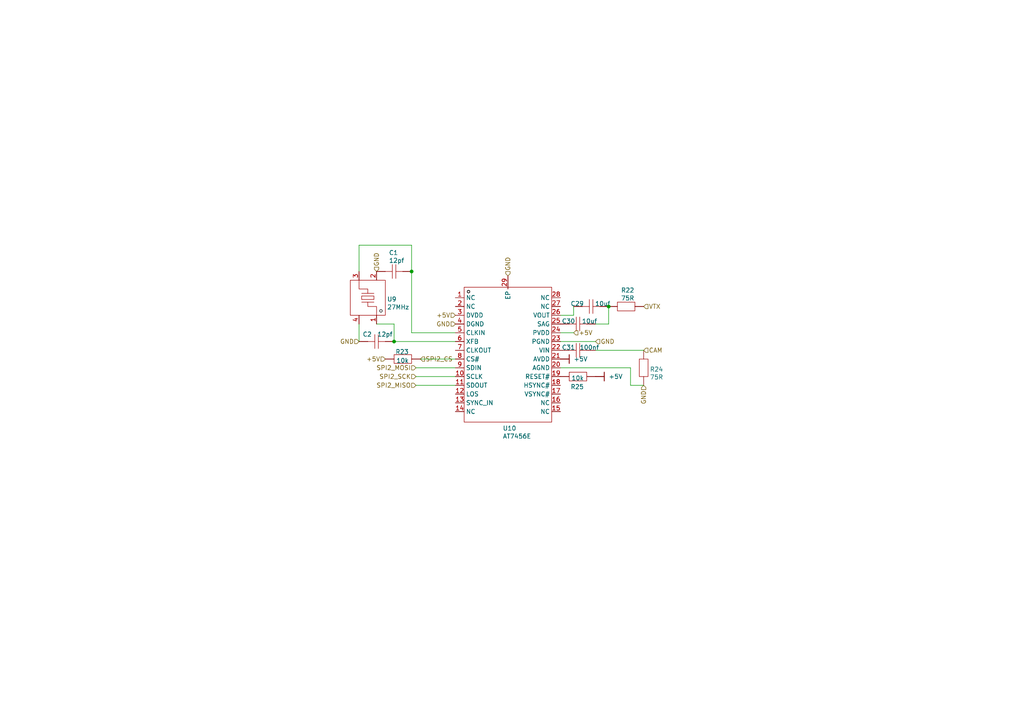
<source format=kicad_sch>
(kicad_sch
	(version 20250114)
	(generator "eeschema")
	(generator_version "9.0")
	(uuid "e0cb8aa2-901d-44a7-8674-3a7618186667")
	(paper "A4")
	(lib_symbols
		(symbol "1_P1-altium-import:+5V_BAR"
			(power)
			(exclude_from_sim no)
			(in_bom yes)
			(on_board yes)
			(property "Reference" "#PWR"
				(at 0 0 0)
				(effects
					(font
						(size 1.27 1.27)
					)
					(hide yes)
				)
			)
			(property "Value" "+5V"
				(at 0 -3.81 0)
				(effects
					(font
						(size 1.27 1.27)
					)
				)
			)
			(property "Footprint" ""
				(at 0 0 0)
				(effects
					(font
						(size 1.27 1.27)
					)
					(hide yes)
				)
			)
			(property "Datasheet" ""
				(at 0 0 0)
				(effects
					(font
						(size 1.27 1.27)
					)
					(hide yes)
				)
			)
			(property "Description" "Power symbol creates a global label with name '+5V'"
				(at 0 0 0)
				(effects
					(font
						(size 1.27 1.27)
					)
					(hide yes)
				)
			)
			(property "ki_keywords" "power-flag"
				(at 0 0 0)
				(effects
					(font
						(size 1.27 1.27)
					)
					(hide yes)
				)
			)
			(symbol "+5V_BAR_0_0"
				(polyline
					(pts
						(xy -1.27 -2.54) (xy 1.27 -2.54)
					)
					(stroke
						(width 0.254)
						(type solid)
					)
					(fill
						(type none)
					)
				)
				(polyline
					(pts
						(xy 0 0) (xy 0 -2.54)
					)
					(stroke
						(width 0.254)
						(type solid)
					)
					(fill
						(type none)
					)
				)
				(pin power_in line
					(at 0 0 0)
					(length 0)
					(hide yes)
					(name "+5V"
						(effects
							(font
								(size 1.27 1.27)
							)
						)
					)
					(number ""
						(effects
							(font
								(size 1.27 1.27)
							)
						)
					)
				)
			)
			(embedded_fonts no)
		)
		(symbol "1_P1-altium-import:root_0_100nf_"
			(pin_numbers
				(hide yes)
			)
			(pin_names
				(hide yes)
			)
			(exclude_from_sim no)
			(in_bom yes)
			(on_board yes)
			(property "Reference" ""
				(at 0 0 0)
				(effects
					(font
						(size 1.27 1.27)
					)
				)
			)
			(property "Value" ""
				(at 0 0 0)
				(effects
					(font
						(size 1.27 1.27)
					)
				)
			)
			(property "Footprint" ""
				(at 0 0 0)
				(effects
					(font
						(size 1.27 1.27)
					)
					(hide yes)
				)
			)
			(property "Datasheet" ""
				(at 0 0 0)
				(effects
					(font
						(size 1.27 1.27)
					)
					(hide yes)
				)
			)
			(property "Description" ""
				(at 0 0 0)
				(effects
					(font
						(size 1.27 1.27)
					)
					(hide yes)
				)
			)
			(property "ki_fp_filters" "*C0201*"
				(at 0 0 0)
				(effects
					(font
						(size 1.27 1.27)
					)
					(hide yes)
				)
			)
			(symbol "root_0_100nf__1_0"
				(polyline
					(pts
						(xy -0.508 0) (xy -2.54 0)
					)
					(stroke
						(width 0)
						(type solid)
						(color 160 0 0 1)
					)
					(fill
						(type none)
					)
				)
				(polyline
					(pts
						(xy -0.508 -2.032) (xy -0.508 2.032)
					)
					(stroke
						(width 0)
						(type solid)
						(color 160 0 0 1)
					)
					(fill
						(type none)
					)
				)
				(polyline
					(pts
						(xy 0.508 2.032) (xy 0.508 -2.032)
					)
					(stroke
						(width 0)
						(type solid)
						(color 160 0 0 1)
					)
					(fill
						(type none)
					)
				)
				(polyline
					(pts
						(xy 2.54 0) (xy 0.508 0)
					)
					(stroke
						(width 0)
						(type solid)
						(color 160 0 0 1)
					)
					(fill
						(type none)
					)
				)
				(pin passive line
					(at -5.08 0 0)
					(length 2.54)
					(name "1"
						(effects
							(font
								(size 1.27 1.27)
							)
						)
					)
					(number "1"
						(effects
							(font
								(size 1.27 1.27)
							)
						)
					)
				)
				(pin passive line
					(at 5.08 0 180)
					(length 2.54)
					(name "2"
						(effects
							(font
								(size 1.27 1.27)
							)
						)
					)
					(number "2"
						(effects
							(font
								(size 1.27 1.27)
							)
						)
					)
				)
			)
			(embedded_fonts no)
		)
		(symbol "1_P1-altium-import:root_0_10k_"
			(pin_numbers
				(hide yes)
			)
			(pin_names
				(hide yes)
			)
			(exclude_from_sim no)
			(in_bom yes)
			(on_board yes)
			(property "Reference" ""
				(at 0 0 0)
				(effects
					(font
						(size 1.27 1.27)
					)
				)
			)
			(property "Value" ""
				(at 0 0 0)
				(effects
					(font
						(size 1.27 1.27)
					)
				)
			)
			(property "Footprint" ""
				(at 0 0 0)
				(effects
					(font
						(size 1.27 1.27)
					)
					(hide yes)
				)
			)
			(property "Datasheet" ""
				(at 0 0 0)
				(effects
					(font
						(size 1.27 1.27)
					)
					(hide yes)
				)
			)
			(property "Description" ""
				(at 0 0 0)
				(effects
					(font
						(size 1.27 1.27)
					)
					(hide yes)
				)
			)
			(property "ki_fp_filters" "*R0201*"
				(at 0 0 0)
				(effects
					(font
						(size 1.27 1.27)
					)
					(hide yes)
				)
			)
			(symbol "root_0_10k__1_0"
				(rectangle
					(start -2.54 1.27)
					(end 2.54 -1.27)
					(stroke
						(width 0)
						(type solid)
						(color 160 0 0 1)
					)
					(fill
						(type none)
					)
				)
				(pin passive line
					(at -5.08 0 0)
					(length 2.54)
					(name "1"
						(effects
							(font
								(size 1.27 1.27)
							)
						)
					)
					(number "1"
						(effects
							(font
								(size 1.27 1.27)
							)
						)
					)
				)
				(pin passive line
					(at 5.08 0 180)
					(length 2.54)
					(name "2"
						(effects
							(font
								(size 1.27 1.27)
							)
						)
					)
					(number "2"
						(effects
							(font
								(size 1.27 1.27)
							)
						)
					)
				)
			)
			(embedded_fonts no)
		)
		(symbol "1_P1-altium-import:root_0_12pf_"
			(pin_numbers
				(hide yes)
			)
			(pin_names
				(hide yes)
			)
			(exclude_from_sim no)
			(in_bom yes)
			(on_board yes)
			(property "Reference" ""
				(at 0 0 0)
				(effects
					(font
						(size 1.27 1.27)
					)
				)
			)
			(property "Value" ""
				(at 0 0 0)
				(effects
					(font
						(size 1.27 1.27)
					)
				)
			)
			(property "Footprint" ""
				(at 0 0 0)
				(effects
					(font
						(size 1.27 1.27)
					)
					(hide yes)
				)
			)
			(property "Datasheet" ""
				(at 0 0 0)
				(effects
					(font
						(size 1.27 1.27)
					)
					(hide yes)
				)
			)
			(property "Description" ""
				(at 0 0 0)
				(effects
					(font
						(size 1.27 1.27)
					)
					(hide yes)
				)
			)
			(property "ki_fp_filters" "*C0201*"
				(at 0 0 0)
				(effects
					(font
						(size 1.27 1.27)
					)
					(hide yes)
				)
			)
			(symbol "root_0_12pf__1_0"
				(polyline
					(pts
						(xy -0.508 0) (xy -2.54 0)
					)
					(stroke
						(width 0)
						(type solid)
						(color 160 0 0 1)
					)
					(fill
						(type none)
					)
				)
				(polyline
					(pts
						(xy -0.508 -2.032) (xy -0.508 2.032)
					)
					(stroke
						(width 0)
						(type solid)
						(color 160 0 0 1)
					)
					(fill
						(type none)
					)
				)
				(polyline
					(pts
						(xy 0.508 2.032) (xy 0.508 -2.032)
					)
					(stroke
						(width 0)
						(type solid)
						(color 160 0 0 1)
					)
					(fill
						(type none)
					)
				)
				(polyline
					(pts
						(xy 2.54 0) (xy 0.508 0)
					)
					(stroke
						(width 0)
						(type solid)
						(color 160 0 0 1)
					)
					(fill
						(type none)
					)
				)
				(pin passive line
					(at -5.08 0 0)
					(length 2.54)
					(name "1"
						(effects
							(font
								(size 1.27 1.27)
							)
						)
					)
					(number "1"
						(effects
							(font
								(size 1.27 1.27)
							)
						)
					)
				)
				(pin passive line
					(at 5.08 0 180)
					(length 2.54)
					(name "2"
						(effects
							(font
								(size 1.27 1.27)
							)
						)
					)
					(number "2"
						(effects
							(font
								(size 1.27 1.27)
							)
						)
					)
				)
			)
			(embedded_fonts no)
		)
		(symbol "1_P1-altium-import:root_0_75R_"
			(pin_numbers
				(hide yes)
			)
			(pin_names
				(hide yes)
			)
			(exclude_from_sim no)
			(in_bom yes)
			(on_board yes)
			(property "Reference" ""
				(at 0 0 0)
				(effects
					(font
						(size 1.27 1.27)
					)
				)
			)
			(property "Value" ""
				(at 0 0 0)
				(effects
					(font
						(size 1.27 1.27)
					)
				)
			)
			(property "Footprint" ""
				(at 0 0 0)
				(effects
					(font
						(size 1.27 1.27)
					)
					(hide yes)
				)
			)
			(property "Datasheet" ""
				(at 0 0 0)
				(effects
					(font
						(size 1.27 1.27)
					)
					(hide yes)
				)
			)
			(property "Description" ""
				(at 0 0 0)
				(effects
					(font
						(size 1.27 1.27)
					)
					(hide yes)
				)
			)
			(property "ki_fp_filters" "*R0201*"
				(at 0 0 0)
				(effects
					(font
						(size 1.27 1.27)
					)
					(hide yes)
				)
			)
			(symbol "root_0_75R__1_0"
				(rectangle
					(start -2.54 1.27)
					(end 2.54 -1.27)
					(stroke
						(width 0)
						(type solid)
						(color 160 0 0 1)
					)
					(fill
						(type none)
					)
				)
				(pin passive line
					(at -5.08 0 0)
					(length 2.54)
					(name "1"
						(effects
							(font
								(size 1.27 1.27)
							)
						)
					)
					(number "1"
						(effects
							(font
								(size 1.27 1.27)
							)
						)
					)
				)
				(pin passive line
					(at 5.08 0 180)
					(length 2.54)
					(name "2"
						(effects
							(font
								(size 1.27 1.27)
							)
						)
					)
					(number "2"
						(effects
							(font
								(size 1.27 1.27)
							)
						)
					)
				)
			)
			(embedded_fonts no)
		)
		(symbol "1_P1-altium-import:root_0_AT7456E_"
			(exclude_from_sim no)
			(in_bom yes)
			(on_board yes)
			(property "Reference" ""
				(at 0 0 0)
				(effects
					(font
						(size 1.27 1.27)
					)
				)
			)
			(property "Value" ""
				(at 0 0 0)
				(effects
					(font
						(size 1.27 1.27)
					)
				)
			)
			(property "Footprint" ""
				(at 0 0 0)
				(effects
					(font
						(size 1.27 1.27)
					)
					(hide yes)
				)
			)
			(property "Datasheet" ""
				(at 0 0 0)
				(effects
					(font
						(size 1.27 1.27)
					)
					(hide yes)
				)
			)
			(property "Description" ""
				(at 0 0 0)
				(effects
					(font
						(size 1.27 1.27)
					)
					(hide yes)
				)
			)
			(property "ki_fp_filters" "*AT7456E5*"
				(at 0 0 0)
				(effects
					(font
						(size 1.27 1.27)
					)
					(hide yes)
				)
			)
			(symbol "root_0_AT7456E__1_0"
				(rectangle
					(start -12.7 19.558)
					(end 12.7 -19.558)
					(stroke
						(width 0)
						(type solid)
						(color 160 0 0 1)
					)
					(fill
						(type none)
					)
				)
				(circle
					(center -11.43 18.288)
					(radius 0.381)
					(stroke
						(width 0)
						(type solid)
						(color 0 0 0 1)
					)
					(fill
						(type none)
					)
				)
				(circle
					(center -11.43 18.288)
					(radius 0.381)
					(stroke
						(width 0)
						(type solid)
						(color 0 0 0 1)
					)
					(fill
						(type none)
					)
				)
				(pin passive line
					(at -15.24 16.51 0)
					(length 2.54)
					(name "NC"
						(effects
							(font
								(size 1.27 1.27)
							)
						)
					)
					(number "1"
						(effects
							(font
								(size 1.27 1.27)
							)
						)
					)
				)
				(pin passive line
					(at -15.24 13.97 0)
					(length 2.54)
					(name "NC"
						(effects
							(font
								(size 1.27 1.27)
							)
						)
					)
					(number "2"
						(effects
							(font
								(size 1.27 1.27)
							)
						)
					)
				)
				(pin passive line
					(at -15.24 11.43 0)
					(length 2.54)
					(name "DVDD"
						(effects
							(font
								(size 1.27 1.27)
							)
						)
					)
					(number "3"
						(effects
							(font
								(size 1.27 1.27)
							)
						)
					)
				)
				(pin passive line
					(at -15.24 8.89 0)
					(length 2.54)
					(name "DGND"
						(effects
							(font
								(size 1.27 1.27)
							)
						)
					)
					(number "4"
						(effects
							(font
								(size 1.27 1.27)
							)
						)
					)
				)
				(pin passive line
					(at -15.24 6.35 0)
					(length 2.54)
					(name "CLKIN"
						(effects
							(font
								(size 1.27 1.27)
							)
						)
					)
					(number "5"
						(effects
							(font
								(size 1.27 1.27)
							)
						)
					)
				)
				(pin passive line
					(at -15.24 3.81 0)
					(length 2.54)
					(name "XFB"
						(effects
							(font
								(size 1.27 1.27)
							)
						)
					)
					(number "6"
						(effects
							(font
								(size 1.27 1.27)
							)
						)
					)
				)
				(pin passive line
					(at -15.24 1.27 0)
					(length 2.54)
					(name "CLKOUT"
						(effects
							(font
								(size 1.27 1.27)
							)
						)
					)
					(number "7"
						(effects
							(font
								(size 1.27 1.27)
							)
						)
					)
				)
				(pin passive line
					(at -15.24 -1.27 0)
					(length 2.54)
					(name "CS#"
						(effects
							(font
								(size 1.27 1.27)
							)
						)
					)
					(number "8"
						(effects
							(font
								(size 1.27 1.27)
							)
						)
					)
				)
				(pin passive line
					(at -15.24 -3.81 0)
					(length 2.54)
					(name "SDIN"
						(effects
							(font
								(size 1.27 1.27)
							)
						)
					)
					(number "9"
						(effects
							(font
								(size 1.27 1.27)
							)
						)
					)
				)
				(pin passive line
					(at -15.24 -6.35 0)
					(length 2.54)
					(name "SCLK"
						(effects
							(font
								(size 1.27 1.27)
							)
						)
					)
					(number "10"
						(effects
							(font
								(size 1.27 1.27)
							)
						)
					)
				)
				(pin passive line
					(at -15.24 -8.89 0)
					(length 2.54)
					(name "SDOUT"
						(effects
							(font
								(size 1.27 1.27)
							)
						)
					)
					(number "11"
						(effects
							(font
								(size 1.27 1.27)
							)
						)
					)
				)
				(pin passive line
					(at -15.24 -11.43 0)
					(length 2.54)
					(name "LOS"
						(effects
							(font
								(size 1.27 1.27)
							)
						)
					)
					(number "12"
						(effects
							(font
								(size 1.27 1.27)
							)
						)
					)
				)
				(pin passive line
					(at -15.24 -13.97 0)
					(length 2.54)
					(name "SYNC_IN"
						(effects
							(font
								(size 1.27 1.27)
							)
						)
					)
					(number "13"
						(effects
							(font
								(size 1.27 1.27)
							)
						)
					)
				)
				(pin passive line
					(at -15.24 -16.51 0)
					(length 2.54)
					(name "NC"
						(effects
							(font
								(size 1.27 1.27)
							)
						)
					)
					(number "14"
						(effects
							(font
								(size 1.27 1.27)
							)
						)
					)
				)
				(pin passive line
					(at 0 22.86 270)
					(length 3.81)
					(name "EP"
						(effects
							(font
								(size 1.27 1.27)
							)
						)
					)
					(number "29"
						(effects
							(font
								(size 1.27 1.27)
							)
						)
					)
				)
				(pin passive line
					(at 15.24 16.51 180)
					(length 2.54)
					(name "NC"
						(effects
							(font
								(size 1.27 1.27)
							)
						)
					)
					(number "28"
						(effects
							(font
								(size 1.27 1.27)
							)
						)
					)
				)
				(pin passive line
					(at 15.24 13.97 180)
					(length 2.54)
					(name "NC"
						(effects
							(font
								(size 1.27 1.27)
							)
						)
					)
					(number "27"
						(effects
							(font
								(size 1.27 1.27)
							)
						)
					)
				)
				(pin passive line
					(at 15.24 11.43 180)
					(length 2.54)
					(name "VOUT"
						(effects
							(font
								(size 1.27 1.27)
							)
						)
					)
					(number "26"
						(effects
							(font
								(size 1.27 1.27)
							)
						)
					)
				)
				(pin passive line
					(at 15.24 8.89 180)
					(length 2.54)
					(name "SAG"
						(effects
							(font
								(size 1.27 1.27)
							)
						)
					)
					(number "25"
						(effects
							(font
								(size 1.27 1.27)
							)
						)
					)
				)
				(pin passive line
					(at 15.24 6.35 180)
					(length 2.54)
					(name "PVDD"
						(effects
							(font
								(size 1.27 1.27)
							)
						)
					)
					(number "24"
						(effects
							(font
								(size 1.27 1.27)
							)
						)
					)
				)
				(pin passive line
					(at 15.24 3.81 180)
					(length 2.54)
					(name "PGND"
						(effects
							(font
								(size 1.27 1.27)
							)
						)
					)
					(number "23"
						(effects
							(font
								(size 1.27 1.27)
							)
						)
					)
				)
				(pin passive line
					(at 15.24 1.27 180)
					(length 2.54)
					(name "VIN"
						(effects
							(font
								(size 1.27 1.27)
							)
						)
					)
					(number "22"
						(effects
							(font
								(size 1.27 1.27)
							)
						)
					)
				)
				(pin passive line
					(at 15.24 -1.27 180)
					(length 2.54)
					(name "AVDD"
						(effects
							(font
								(size 1.27 1.27)
							)
						)
					)
					(number "21"
						(effects
							(font
								(size 1.27 1.27)
							)
						)
					)
				)
				(pin passive line
					(at 15.24 -3.81 180)
					(length 2.54)
					(name "AGND"
						(effects
							(font
								(size 1.27 1.27)
							)
						)
					)
					(number "20"
						(effects
							(font
								(size 1.27 1.27)
							)
						)
					)
				)
				(pin passive line
					(at 15.24 -6.35 180)
					(length 2.54)
					(name "RESET#"
						(effects
							(font
								(size 1.27 1.27)
							)
						)
					)
					(number "19"
						(effects
							(font
								(size 1.27 1.27)
							)
						)
					)
				)
				(pin passive line
					(at 15.24 -8.89 180)
					(length 2.54)
					(name "HSYNC#"
						(effects
							(font
								(size 1.27 1.27)
							)
						)
					)
					(number "18"
						(effects
							(font
								(size 1.27 1.27)
							)
						)
					)
				)
				(pin passive line
					(at 15.24 -11.43 180)
					(length 2.54)
					(name "VSYNC#"
						(effects
							(font
								(size 1.27 1.27)
							)
						)
					)
					(number "17"
						(effects
							(font
								(size 1.27 1.27)
							)
						)
					)
				)
				(pin passive line
					(at 15.24 -13.97 180)
					(length 2.54)
					(name "NC"
						(effects
							(font
								(size 1.27 1.27)
							)
						)
					)
					(number "16"
						(effects
							(font
								(size 1.27 1.27)
							)
						)
					)
				)
				(pin passive line
					(at 15.24 -16.51 180)
					(length 2.54)
					(name "NC"
						(effects
							(font
								(size 1.27 1.27)
							)
						)
					)
					(number "15"
						(effects
							(font
								(size 1.27 1.27)
							)
						)
					)
				)
			)
			(embedded_fonts no)
		)
		(symbol "1_P1-altium-import:root_1_27MHz_"
			(pin_names
				(hide yes)
			)
			(exclude_from_sim no)
			(in_bom yes)
			(on_board yes)
			(property "Reference" ""
				(at 0 0 0)
				(effects
					(font
						(size 1.27 1.27)
					)
				)
			)
			(property "Value" ""
				(at 0 0 0)
				(effects
					(font
						(size 1.27 1.27)
					)
				)
			)
			(property "Footprint" ""
				(at 0 0 0)
				(effects
					(font
						(size 1.27 1.27)
					)
					(hide yes)
				)
			)
			(property "Datasheet" ""
				(at 0 0 0)
				(effects
					(font
						(size 1.27 1.27)
					)
					(hide yes)
				)
			)
			(property "Description" ""
				(at 0 0 0)
				(effects
					(font
						(size 1.27 1.27)
					)
					(hide yes)
				)
			)
			(property "ki_fp_filters" "*OSC-SMD_4P-L2.0-W1.6-BL_X201624MKB4SI*"
				(at 0 0 0)
				(effects
					(font
						(size 1.27 1.27)
					)
					(hide yes)
				)
			)
			(symbol "root_1_27MHz__1_0"
				(rectangle
					(start -5.08 5.08)
					(end 5.08 -5.08)
					(stroke
						(width 0)
						(type solid)
						(color 160 0 0 1)
					)
					(fill
						(type none)
					)
				)
				(polyline
					(pts
						(xy -2.54 5.08) (xy -2.54 2.54) (xy -2.54 2.54) (xy -2.54 2.54) (xy -2.54 2.54) (xy 0 2.54) (xy 0 2.54)
						(xy 0 2.54) (xy 0 2.54) (xy 0 1.27)
					)
					(stroke
						(width 0)
						(type solid)
						(color 160 0 0 1)
					)
					(fill
						(type none)
					)
				)
				(rectangle
					(start -1.778 0.508)
					(end 1.778 -0.508)
					(stroke
						(width 0)
						(type solid)
						(color 160 0 0 1)
					)
					(fill
						(type none)
					)
				)
				(polyline
					(pts
						(xy 1.778 1.27) (xy -1.778 1.27)
					)
					(stroke
						(width 0)
						(type solid)
						(color 160 0 0 1)
					)
					(fill
						(type none)
					)
				)
				(polyline
					(pts
						(xy 1.778 -1.27) (xy -1.778 -1.27)
					)
					(stroke
						(width 0)
						(type solid)
						(color 160 0 0 1)
					)
					(fill
						(type none)
					)
				)
				(polyline
					(pts
						(xy 2.54 -5.08) (xy 2.54 -2.54) (xy 2.54 -2.54) (xy 2.54 -2.54) (xy 2.54 -2.54) (xy 0 -2.54) (xy 0 -2.54)
						(xy 0 -2.54) (xy 0 -2.54) (xy 0 -1.27)
					)
					(stroke
						(width 0)
						(type solid)
						(color 160 0 0 1)
					)
					(fill
						(type none)
					)
				)
				(circle
					(center 3.81 -3.81)
					(radius 0.381)
					(stroke
						(width 0)
						(type solid)
						(color 0 0 0 1)
					)
					(fill
						(type none)
					)
				)
				(pin passive line
					(at -2.54 7.62 270)
					(length 2.54)
					(name "3"
						(effects
							(font
								(size 1.27 1.27)
							)
						)
					)
					(number "3"
						(effects
							(font
								(size 1.27 1.27)
							)
						)
					)
				)
				(pin passive line
					(at -2.54 -7.62 90)
					(length 2.54)
					(name "GND"
						(effects
							(font
								(size 1.27 1.27)
							)
						)
					)
					(number "4"
						(effects
							(font
								(size 1.27 1.27)
							)
						)
					)
				)
				(pin passive line
					(at 2.54 7.62 270)
					(length 2.54)
					(name "GND"
						(effects
							(font
								(size 1.27 1.27)
							)
						)
					)
					(number "2"
						(effects
							(font
								(size 1.27 1.27)
							)
						)
					)
				)
				(pin passive line
					(at 2.54 -7.62 90)
					(length 2.54)
					(name "1"
						(effects
							(font
								(size 1.27 1.27)
							)
						)
					)
					(number "1"
						(effects
							(font
								(size 1.27 1.27)
							)
						)
					)
				)
			)
			(embedded_fonts no)
		)
		(symbol "1_P1-altium-import:root_1_75R_"
			(pin_numbers
				(hide yes)
			)
			(pin_names
				(hide yes)
			)
			(exclude_from_sim no)
			(in_bom yes)
			(on_board yes)
			(property "Reference" ""
				(at 0 0 0)
				(effects
					(font
						(size 1.27 1.27)
					)
				)
			)
			(property "Value" ""
				(at 0 0 0)
				(effects
					(font
						(size 1.27 1.27)
					)
				)
			)
			(property "Footprint" ""
				(at 0 0 0)
				(effects
					(font
						(size 1.27 1.27)
					)
					(hide yes)
				)
			)
			(property "Datasheet" ""
				(at 0 0 0)
				(effects
					(font
						(size 1.27 1.27)
					)
					(hide yes)
				)
			)
			(property "Description" ""
				(at 0 0 0)
				(effects
					(font
						(size 1.27 1.27)
					)
					(hide yes)
				)
			)
			(property "ki_fp_filters" "*R0201*"
				(at 0 0 0)
				(effects
					(font
						(size 1.27 1.27)
					)
					(hide yes)
				)
			)
			(symbol "root_1_75R__1_0"
				(rectangle
					(start -1.27 2.54)
					(end 1.27 -2.54)
					(stroke
						(width 0)
						(type solid)
						(color 160 0 0 1)
					)
					(fill
						(type none)
					)
				)
				(pin passive line
					(at 0 5.08 270)
					(length 2.54)
					(name "2"
						(effects
							(font
								(size 1.27 1.27)
							)
						)
					)
					(number "2"
						(effects
							(font
								(size 1.27 1.27)
							)
						)
					)
				)
				(pin passive line
					(at 0 -5.08 90)
					(length 2.54)
					(name "1"
						(effects
							(font
								(size 1.27 1.27)
							)
						)
					)
					(number "1"
						(effects
							(font
								(size 1.27 1.27)
							)
						)
					)
				)
			)
			(embedded_fonts no)
		)
		(symbol "1_P1-altium-import:root_2_10uf_"
			(pin_numbers
				(hide yes)
			)
			(pin_names
				(hide yes)
			)
			(exclude_from_sim no)
			(in_bom yes)
			(on_board yes)
			(property "Reference" ""
				(at 0 0 0)
				(effects
					(font
						(size 1.27 1.27)
					)
				)
			)
			(property "Value" ""
				(at 0 0 0)
				(effects
					(font
						(size 1.27 1.27)
					)
				)
			)
			(property "Footprint" ""
				(at 0 0 0)
				(effects
					(font
						(size 1.27 1.27)
					)
					(hide yes)
				)
			)
			(property "Datasheet" ""
				(at 0 0 0)
				(effects
					(font
						(size 1.27 1.27)
					)
					(hide yes)
				)
			)
			(property "Description" ""
				(at 0 0 0)
				(effects
					(font
						(size 1.27 1.27)
					)
					(hide yes)
				)
			)
			(property "ki_fp_filters" "*0402-CAP*"
				(at 0 0 0)
				(effects
					(font
						(size 1.27 1.27)
					)
					(hide yes)
				)
			)
			(symbol "root_2_10uf__1_0"
				(polyline
					(pts
						(xy -2.54 0) (xy -0.508 0)
					)
					(stroke
						(width 0)
						(type solid)
						(color 160 0 0 1)
					)
					(fill
						(type none)
					)
				)
				(polyline
					(pts
						(xy -0.508 -2.032) (xy -0.508 2.032)
					)
					(stroke
						(width 0)
						(type solid)
						(color 160 0 0 1)
					)
					(fill
						(type none)
					)
				)
				(polyline
					(pts
						(xy 0.508 2.032) (xy 0.508 -2.032)
					)
					(stroke
						(width 0)
						(type solid)
						(color 160 0 0 1)
					)
					(fill
						(type none)
					)
				)
				(polyline
					(pts
						(xy 0.508 0) (xy 2.54 0)
					)
					(stroke
						(width 0)
						(type solid)
						(color 160 0 0 1)
					)
					(fill
						(type none)
					)
				)
				(pin passive line
					(at -5.08 0 0)
					(length 2.54)
					(name "2"
						(effects
							(font
								(size 1.27 1.27)
							)
						)
					)
					(number "2"
						(effects
							(font
								(size 1.27 1.27)
							)
						)
					)
				)
				(pin passive line
					(at 5.08 0 180)
					(length 2.54)
					(name "1"
						(effects
							(font
								(size 1.27 1.27)
							)
						)
					)
					(number "1"
						(effects
							(font
								(size 1.27 1.27)
							)
						)
					)
				)
			)
			(embedded_fonts no)
		)
	)
	(junction
		(at 176.53 88.9)
		(diameter 0)
		(color 0 0 0 0)
		(uuid "107645cd-2bf2-47f6-88eb-bc5fe67e9423")
	)
	(junction
		(at 119.38 78.74)
		(diameter 0)
		(color 0 0 0 0)
		(uuid "a61fc5d7-f616-4002-9974-081e6775384b")
	)
	(junction
		(at 114.3 99.06)
		(diameter 0)
		(color 0 0 0 0)
		(uuid "a8cf8f17-63fe-43db-94b7-1e7ab321a5d1")
	)
	(wire
		(pts
			(xy 114.3 99.06) (xy 114.3 93.98)
		)
		(stroke
			(width 0)
			(type default)
		)
		(uuid "0bd3415c-3c67-48c4-91c6-b943791b9d94")
	)
	(wire
		(pts
			(xy 162.56 96.52) (xy 166.37 96.52)
		)
		(stroke
			(width 0)
			(type default)
		)
		(uuid "1aa4fe98-cd78-449f-a12a-251888842f16")
	)
	(wire
		(pts
			(xy 119.38 71.12) (xy 119.38 78.74)
		)
		(stroke
			(width 0)
			(type default)
		)
		(uuid "213d9653-539f-4dcf-bdf0-b4d1bfc44b7b")
	)
	(wire
		(pts
			(xy 104.14 93.98) (xy 104.14 99.06)
		)
		(stroke
			(width 0)
			(type default)
		)
		(uuid "32e583f0-8055-474b-b8d5-7b5f1c808dcd")
	)
	(wire
		(pts
			(xy 162.56 99.06) (xy 172.72 99.06)
		)
		(stroke
			(width 0)
			(type default)
		)
		(uuid "3389a0f4-ef24-4bd0-9c9c-cb44808bf85c")
	)
	(wire
		(pts
			(xy 176.53 93.98) (xy 176.53 88.9)
		)
		(stroke
			(width 0)
			(type default)
		)
		(uuid "419c192f-d0c6-40ce-9a6d-639d647bd88d")
	)
	(wire
		(pts
			(xy 166.37 88.9) (xy 166.37 91.44)
		)
		(stroke
			(width 0)
			(type default)
		)
		(uuid "42d128d7-f22e-432f-92ba-fab74c181b4f")
	)
	(wire
		(pts
			(xy 182.88 111.76) (xy 182.88 106.68)
		)
		(stroke
			(width 0)
			(type default)
		)
		(uuid "4d15f7df-63ff-45cd-acd3-4edecc9604cd")
	)
	(wire
		(pts
			(xy 120.65 106.68) (xy 132.08 106.68)
		)
		(stroke
			(width 0)
			(type default)
		)
		(uuid "583200f1-f4e8-4831-abc0-003ac5b99a22")
	)
	(wire
		(pts
			(xy 119.38 78.74) (xy 119.38 96.52)
		)
		(stroke
			(width 0)
			(type default)
		)
		(uuid "5a7e0a06-4b45-4c60-ba84-fd2d24e04850")
	)
	(wire
		(pts
			(xy 132.08 99.06) (xy 114.3 99.06)
		)
		(stroke
			(width 0)
			(type default)
		)
		(uuid "65cddf19-55a4-4452-9a3c-3e70cd33a964")
	)
	(wire
		(pts
			(xy 186.69 101.6) (xy 172.72 101.6)
		)
		(stroke
			(width 0)
			(type default)
		)
		(uuid "7f28c1e1-2767-4f5b-ab7e-96f47e871e3b")
	)
	(wire
		(pts
			(xy 120.65 109.22) (xy 132.08 109.22)
		)
		(stroke
			(width 0)
			(type default)
		)
		(uuid "835b5dba-257a-49b4-a80d-7ccaa7fd32dc")
	)
	(wire
		(pts
			(xy 114.3 93.98) (xy 109.22 93.98)
		)
		(stroke
			(width 0)
			(type default)
		)
		(uuid "8472e370-b9f0-47c8-8b6b-42772db9d2e8")
	)
	(wire
		(pts
			(xy 182.88 106.68) (xy 162.56 106.68)
		)
		(stroke
			(width 0)
			(type default)
		)
		(uuid "a7db837c-c499-4f00-9583-864b64540b17")
	)
	(wire
		(pts
			(xy 104.14 71.12) (xy 119.38 71.12)
		)
		(stroke
			(width 0)
			(type default)
		)
		(uuid "b3046352-c374-404d-be57-a84bde1837c8")
	)
	(wire
		(pts
			(xy 132.08 104.14) (xy 121.92 104.14)
		)
		(stroke
			(width 0)
			(type default)
		)
		(uuid "d4c22aba-919a-4336-b0dd-951160368608")
	)
	(wire
		(pts
			(xy 186.69 111.76) (xy 182.88 111.76)
		)
		(stroke
			(width 0)
			(type default)
		)
		(uuid "d56407a7-f246-49c6-b37f-22a196591e0e")
	)
	(wire
		(pts
			(xy 104.14 78.74) (xy 104.14 71.12)
		)
		(stroke
			(width 0)
			(type default)
		)
		(uuid "e346ac5f-057a-4e24-9aec-519cce49432d")
	)
	(wire
		(pts
			(xy 120.65 111.76) (xy 132.08 111.76)
		)
		(stroke
			(width 0)
			(type default)
		)
		(uuid "eb571b24-8427-43e0-81d8-b9e77d00f32f")
	)
	(wire
		(pts
			(xy 119.38 96.52) (xy 132.08 96.52)
		)
		(stroke
			(width 0)
			(type default)
		)
		(uuid "f2355b90-0cfb-46a6-a11d-8cc7b401dc2d")
	)
	(wire
		(pts
			(xy 166.37 91.44) (xy 162.56 91.44)
		)
		(stroke
			(width 0)
			(type default)
		)
		(uuid "f7212902-3115-497c-b477-f1d8a284530d")
	)
	(wire
		(pts
			(xy 172.72 93.98) (xy 176.53 93.98)
		)
		(stroke
			(width 0)
			(type default)
		)
		(uuid "fc27560e-c878-40aa-88c2-2a46361e3b4a")
	)
	(hierarchical_label "+5V"
		(shape input)
		(at 111.76 104.14 180)
		(effects
			(font
				(size 1.27 1.27)
			)
			(justify right)
		)
		(uuid "0292eae9-9881-430e-8f00-d21994dcb4fa")
	)
	(hierarchical_label "GND"
		(shape input)
		(at 132.08 93.98 180)
		(effects
			(font
				(size 1.27 1.27)
			)
			(justify right)
		)
		(uuid "0b411d6d-9683-444e-91bc-6df587e0490f")
	)
	(hierarchical_label "GND"
		(shape input)
		(at 172.72 99.06 0)
		(effects
			(font
				(size 1.27 1.27)
			)
			(justify left)
		)
		(uuid "0f0ee6f2-7423-4923-a4cc-0b19176dc1c9")
	)
	(hierarchical_label "+5V"
		(shape input)
		(at 166.37 96.52 0)
		(effects
			(font
				(size 1.27 1.27)
			)
			(justify left)
		)
		(uuid "228fa36d-3731-4b0c-89e2-c061c587a75d")
	)
	(hierarchical_label "GND"
		(shape input)
		(at 147.32 80.01 90)
		(effects
			(font
				(size 1.27 1.27)
			)
			(justify left)
		)
		(uuid "4ba7ae27-ac4d-4448-8ef6-04a44942b67b")
	)
	(hierarchical_label "CAM"
		(shape input)
		(at 186.69 101.6 0)
		(effects
			(font
				(size 1.27 1.27)
			)
			(justify left)
		)
		(uuid "4f3aab0e-5e06-4d71-ad94-36c7e0ce52d7")
	)
	(hierarchical_label "SPI2_MOSI"
		(shape input)
		(at 120.65 106.68 180)
		(effects
			(font
				(size 1.27 1.27)
			)
			(justify right)
		)
		(uuid "61a3c69a-d58d-4bae-9cec-02653cd971c0")
	)
	(hierarchical_label "SPI2_SCK"
		(shape input)
		(at 120.65 109.22 180)
		(effects
			(font
				(size 1.27 1.27)
			)
			(justify right)
		)
		(uuid "89567e5b-aabd-4bb2-bd32-0480de93d9c2")
	)
	(hierarchical_label "GND"
		(shape input)
		(at 104.14 99.06 180)
		(effects
			(font
				(size 1.27 1.27)
			)
			(justify right)
		)
		(uuid "a563331f-cb4d-44bf-90de-90565d758481")
	)
	(hierarchical_label "+5V"
		(shape input)
		(at 132.08 91.44 180)
		(effects
			(font
				(size 1.27 1.27)
			)
			(justify right)
		)
		(uuid "b3a6b8b3-9bcb-4187-ad2a-43bc4a9aab25")
	)
	(hierarchical_label "SPI2_CS"
		(shape input)
		(at 121.92 104.14 0)
		(effects
			(font
				(size 1.27 1.27)
			)
			(justify left)
		)
		(uuid "b86d7483-38b1-4f89-bab7-5ffab7ed3232")
	)
	(hierarchical_label "VTX"
		(shape input)
		(at 186.69 88.9 0)
		(effects
			(font
				(size 1.27 1.27)
			)
			(justify left)
		)
		(uuid "c13ea0af-0317-4970-8718-619888e08937")
	)
	(hierarchical_label "SPI2_MISO"
		(shape input)
		(at 120.65 111.76 180)
		(effects
			(font
				(size 1.27 1.27)
			)
			(justify right)
		)
		(uuid "c8d0cf9c-9989-4c38-b81b-3a6e11c3435a")
	)
	(hierarchical_label "GND"
		(shape input)
		(at 109.22 78.74 90)
		(effects
			(font
				(size 1.27 1.27)
			)
			(justify left)
		)
		(uuid "cdb5c12e-7b08-4d9a-9ac6-0d3222804613")
	)
	(hierarchical_label "GND"
		(shape input)
		(at 186.69 111.76 270)
		(effects
			(font
				(size 1.27 1.27)
			)
			(justify right)
		)
		(uuid "fc9ca9fd-4764-40c4-a9cf-5dfa2020b0f1")
	)
	(symbol
		(lib_id "1_P1-altium-import:root_0_AT7456E_")
		(at 147.32 102.87 0)
		(unit 1)
		(exclude_from_sim no)
		(in_bom yes)
		(on_board yes)
		(dnp no)
		(uuid "05763fed-5dcf-4945-9031-c2d9368ba697")
		(property "Reference" "U10"
			(at 145.806 124.949 0)
			(effects
				(font
					(size 1.27 1.27)
				)
				(justify left bottom)
			)
		)
		(property "Value" "AT7456E"
			(at 145.804 127.266 0)
			(effects
				(font
					(size 1.27 1.27)
				)
				(justify left bottom)
			)
		)
		(property "Footprint" "lcsc:TSSOP-28_L9.7-W4.4-P0.65-LS6.4-BL-EP-2"
			(at 147.32 102.87 0)
			(effects
				(font
					(size 1.27 1.27)
				)
				(hide yes)
			)
		)
		(property "Datasheet" ""
			(at 147.32 102.87 0)
			(effects
				(font
					(size 1.27 1.27)
				)
				(hide yes)
			)
		)
		(property "Description" ""
			(at 147.32 102.87 0)
			(effects
				(font
					(size 1.27 1.27)
				)
				(hide yes)
			)
		)
		(property "SYMBOL" "AT7456E"
			(at 147.32 102.87 0)
			(effects
				(font
					(size 1.27 1.27)
				)
				(justify left bottom)
				(hide yes)
			)
		)
		(property "DEVICE" "AT7456E"
			(at 147.32 102.87 0)
			(effects
				(font
					(size 1.27 1.27)
				)
				(justify left bottom)
				(hide yes)
			)
		)
		(property "SUPPLIER" "LCSC"
			(at 147.32 102.87 0)
			(effects
				(font
					(size 1.27 1.27)
				)
				(justify left bottom)
				(hide yes)
			)
		)
		(property "MANUFACTURER PART" "AT7456E"
			(at 147.32 102.87 0)
			(effects
				(font
					(size 1.27 1.27)
				)
				(justify left bottom)
				(hide yes)
			)
		)
		(property "MANUFACTURER" "杭州中科微"
			(at 147.32 102.87 0)
			(effects
				(font
					(size 1.27 1.27)
				)
				(justify left bottom)
				(hide yes)
			)
		)
		(property "SUPPLIER PART" "C82351"
			(at 147.32 102.87 0)
			(effects
				(font
					(size 1.27 1.27)
				)
				(justify left bottom)
				(hide yes)
			)
		)
		(property "JLCPCB PART CLASS" "Extended Part"
			(at 147.32 102.87 0)
			(effects
				(font
					(size 1.27 1.27)
				)
				(justify left bottom)
				(hide yes)
			)
		)
		(property "CONVERT TO PCB" "yes"
			(at 147.32 102.87 0)
			(effects
				(font
					(size 1.27 1.27)
				)
				(justify left bottom)
				(hide yes)
			)
		)
		(property "ADD INTO BOM" "yes"
			(at 147.32 102.87 0)
			(effects
				(font
					(size 1.27 1.27)
				)
				(justify left bottom)
				(hide yes)
			)
		)
		(property "ORIGIN FOOTPRINT" "TSSOP-28_L9.7-W4.4-P0.65-LS6.4-BL-EP-2"
			(at 147.32 102.87 0)
			(effects
				(font
					(size 1.27 1.27)
				)
				(justify left bottom)
				(hide yes)
			)
		)
		(property "SPICEPRE" "U"
			(at 147.32 102.87 0)
			(effects
				(font
					(size 1.27 1.27)
				)
				(justify left bottom)
				(hide yes)
			)
		)
		(property "SPICESYMBOLNAME" "AT7456E"
			(at 147.32 102.87 0)
			(effects
				(font
					(size 1.27 1.27)
				)
				(justify left bottom)
				(hide yes)
			)
		)
		(property "REUSE BLOCK" ""
			(at -70.358 341.884 0)
			(effects
				(font
					(size 1.27 1.27)
				)
				(justify left bottom)
				(hide yes)
			)
		)
		(property "GROUP ID" ""
			(at -70.358 341.884 0)
			(effects
				(font
					(size 1.27 1.27)
				)
				(justify left bottom)
				(hide yes)
			)
		)
		(property "CHANNEL ID" ""
			(at -70.358 341.884 0)
			(effects
				(font
					(size 1.27 1.27)
				)
				(justify left bottom)
				(hide yes)
			)
		)
		(property "BREAKDOWN VOLTAGE" ""
			(at 147.32 102.87 0)
			(effects
				(font
					(size 1.27 1.27)
				)
				(hide yes)
			)
		)
		(property "MAXIMUM CLAMPING VOLTAGE" ""
			(at 147.32 102.87 0)
			(effects
				(font
					(size 1.27 1.27)
				)
				(hide yes)
			)
		)
		(property "MOUNTING SYTLE" ""
			(at 147.32 102.87 0)
			(effects
				(font
					(size 1.27 1.27)
				)
				(hide yes)
			)
		)
		(property "PEAK PULSE CURRENT (IPP)@10/1000US" ""
			(at 147.32 102.87 0)
			(effects
				(font
					(size 1.27 1.27)
				)
				(hide yes)
			)
		)
		(property "PEAK PULSE POWER DISSIPATION (PPP)@10/1000US" ""
			(at 147.32 102.87 0)
			(effects
				(font
					(size 1.27 1.27)
				)
				(hide yes)
			)
		)
		(property "POLARITY" ""
			(at 147.32 102.87 0)
			(effects
				(font
					(size 1.27 1.27)
				)
				(hide yes)
			)
		)
		(property "POWER(WATTS)" ""
			(at 147.32 102.87 0)
			(effects
				(font
					(size 1.27 1.27)
				)
				(hide yes)
			)
		)
		(property "REVERSE STAND-OFF VOLTAGE (VRWM)" ""
			(at 147.32 102.87 0)
			(effects
				(font
					(size 1.27 1.27)
				)
				(hide yes)
			)
		)
		(pin "12"
			(uuid "d0e407db-fd8f-4e94-88bd-118fc4b19e56")
		)
		(pin "18"
			(uuid "badf1391-7f32-423b-a366-ae09ccb1d5c3")
		)
		(pin "20"
			(uuid "a1a5a6c7-30ad-4b55-aa0f-dc2e7b7814f5")
		)
		(pin "5"
			(uuid "5aabfa9c-b7bf-4b89-bcb7-29fc0b502725")
		)
		(pin "27"
			(uuid "207abc7f-1439-4d84-9cb2-d8ad71d5515e")
		)
		(pin "28"
			(uuid "6f615844-517b-487e-bf9e-893b60046764")
		)
		(pin "21"
			(uuid "dd2f749e-8e38-4908-b451-9fced1373c40")
		)
		(pin "13"
			(uuid "87b0749a-31a8-4dd5-af72-1e8fba1f1494")
		)
		(pin "23"
			(uuid "7e84424c-3836-483d-b04e-73a11d770cfe")
		)
		(pin "6"
			(uuid "eb423096-0151-4445-acae-4ecf1a89c0e3")
		)
		(pin "8"
			(uuid "41396308-dce3-4574-a965-00a2add86a70")
		)
		(pin "9"
			(uuid "b8462ad2-ced1-41cf-ab0a-8514d445def0")
		)
		(pin "15"
			(uuid "24b4b545-57db-437e-85ef-1249d86c63d4")
		)
		(pin "17"
			(uuid "407628d9-b439-40f9-8304-b7f8d9efc32d")
		)
		(pin "22"
			(uuid "0b5a98b7-146a-4685-bdff-ba4e1995f1a8")
		)
		(pin "7"
			(uuid "f5173cee-c5ae-42ae-a7b5-a078c2bc816a")
		)
		(pin "19"
			(uuid "00cab06b-d9eb-4207-8077-3f69dbb9a294")
		)
		(pin "24"
			(uuid "ad355484-57f5-4444-9cce-c9e79988a223")
		)
		(pin "25"
			(uuid "fdc617d8-1786-40ef-881d-ccf5013f4bff")
		)
		(pin "26"
			(uuid "f9af5177-cff2-480d-8d62-1e16a16e1a26")
		)
		(pin "16"
			(uuid "77bcdfda-23e7-4516-a7fc-93cc83e8aa05")
		)
		(pin "11"
			(uuid "1673ccbe-0bae-4d19-ac49-a5f2cdc5c2ba")
		)
		(pin "14"
			(uuid "1ff2b701-ff03-4e0d-acf1-69f867d2cd59")
		)
		(pin "10"
			(uuid "d50e8272-d365-4a16-a343-873d05825d7c")
		)
		(pin "3"
			(uuid "c3fe99ef-9955-407c-a04f-b219c96389fd")
		)
		(pin "4"
			(uuid "f44b1798-3607-4eb0-b3db-c20a10741aaf")
		)
		(pin "1"
			(uuid "9c1cc1a4-632a-454d-9ccc-4fdec133dbb4")
		)
		(pin "2"
			(uuid "c6b88f7d-a6e7-413a-84de-a874f55aa3d9")
		)
		(pin "29"
			(uuid "78af20a5-d0ba-4b02-9fb5-1fc2174e03c0")
		)
		(instances
			(project "hardware"
				(path "/5022a1d8-d19f-465c-a616-d8d6757adef4/01a78f75-5348-4f97-abd1-0e3d11a4af3d"
					(reference "U10")
					(unit 1)
				)
			)
		)
	)
	(symbol
		(lib_id "1_P1-altium-import:root_0_75R_")
		(at 181.61 88.9 0)
		(unit 1)
		(exclude_from_sim no)
		(in_bom yes)
		(on_board yes)
		(dnp no)
		(uuid "0955c5ef-6ae0-4f44-9883-5280e6cd013f")
		(property "Reference" "R22"
			(at 180.096 84.912 0)
			(effects
				(font
					(size 1.27 1.27)
				)
				(justify left bottom)
			)
		)
		(property "Value" "75R"
			(at 180.094 87.214 0)
			(effects
				(font
					(size 1.27 1.27)
				)
				(justify left bottom)
			)
		)
		(property "Footprint" "lcsc:R0201"
			(at 181.61 88.9 0)
			(effects
				(font
					(size 1.27 1.27)
				)
				(hide yes)
			)
		)
		(property "Datasheet" ""
			(at 181.61 88.9 0)
			(effects
				(font
					(size 1.27 1.27)
				)
				(hide yes)
			)
		)
		(property "Description" ""
			(at 181.61 88.9 0)
			(effects
				(font
					(size 1.27 1.27)
				)
				(hide yes)
			)
		)
		(property "SYMBOL" "75R"
			(at 181.61 88.9 0)
			(effects
				(font
					(size 1.27 1.27)
				)
				(justify left bottom)
				(hide yes)
			)
		)
		(property "DEVICE" "75R"
			(at 181.61 88.9 0)
			(effects
				(font
					(size 1.27 1.27)
				)
				(justify left bottom)
				(hide yes)
			)
		)
		(property "SUPPLIER PART" ""
			(at 181.61 88.9 0)
			(effects
				(font
					(size 1.27 1.27)
				)
				(justify left bottom)
				(hide yes)
			)
		)
		(property "SUPPLIER" ""
			(at 181.61 88.9 0)
			(effects
				(font
					(size 1.27 1.27)
				)
				(justify left bottom)
				(hide yes)
			)
		)
		(property "MANUFACTURER PART" ""
			(at 181.61 88.9 0)
			(effects
				(font
					(size 1.27 1.27)
				)
				(justify left bottom)
				(hide yes)
			)
		)
		(property "CONVERT TO PCB" "yes"
			(at 181.61 88.9 0)
			(effects
				(font
					(size 1.27 1.27)
				)
				(justify left bottom)
				(hide yes)
			)
		)
		(property "ADD INTO BOM" "yes"
			(at 181.61 88.9 0)
			(effects
				(font
					(size 1.27 1.27)
				)
				(justify left bottom)
				(hide yes)
			)
		)
		(property "ORIGIN FOOTPRINT" "0402-RSE"
			(at 181.61 88.9 0)
			(effects
				(font
					(size 1.27 1.27)
				)
				(justify left bottom)
				(hide yes)
			)
		)
		(property "NAMEALIAS" "Value(Ω)"
			(at 181.61 88.9 0)
			(effects
				(font
					(size 1.27 1.27)
				)
				(justify left bottom)
				(hide yes)
			)
		)
		(property "CONTRIBUTOR" "LCEDA_Lib"
			(at 181.61 88.9 0)
			(effects
				(font
					(size 1.27 1.27)
				)
				(justify left bottom)
				(hide yes)
			)
		)
		(property "SPICEPRE" "R"
			(at 181.61 88.9 0)
			(effects
				(font
					(size 1.27 1.27)
				)
				(justify left bottom)
				(hide yes)
			)
		)
		(property "SPICESYMBOLNAME" "R_0805_EU"
			(at 181.61 88.9 0)
			(effects
				(font
					(size 1.27 1.27)
				)
				(justify left bottom)
				(hide yes)
			)
		)
		(property "REUSE BLOCK" ""
			(at -70.358 341.884 0)
			(effects
				(font
					(size 1.27 1.27)
				)
				(justify left bottom)
				(hide yes)
			)
		)
		(property "GROUP ID" ""
			(at -70.358 341.884 0)
			(effects
				(font
					(size 1.27 1.27)
				)
				(justify left bottom)
				(hide yes)
			)
		)
		(property "CHANNEL ID" ""
			(at -70.358 341.884 0)
			(effects
				(font
					(size 1.27 1.27)
				)
				(justify left bottom)
				(hide yes)
			)
		)
		(property "BREAKDOWN VOLTAGE" ""
			(at 181.61 88.9 0)
			(effects
				(font
					(size 1.27 1.27)
				)
				(hide yes)
			)
		)
		(property "MAXIMUM CLAMPING VOLTAGE" ""
			(at 181.61 88.9 0)
			(effects
				(font
					(size 1.27 1.27)
				)
				(hide yes)
			)
		)
		(property "MOUNTING SYTLE" ""
			(at 181.61 88.9 0)
			(effects
				(font
					(size 1.27 1.27)
				)
				(hide yes)
			)
		)
		(property "PEAK PULSE CURRENT (IPP)@10/1000US" ""
			(at 181.61 88.9 0)
			(effects
				(font
					(size 1.27 1.27)
				)
				(hide yes)
			)
		)
		(property "PEAK PULSE POWER DISSIPATION (PPP)@10/1000US" ""
			(at 181.61 88.9 0)
			(effects
				(font
					(size 1.27 1.27)
				)
				(hide yes)
			)
		)
		(property "POLARITY" ""
			(at 181.61 88.9 0)
			(effects
				(font
					(size 1.27 1.27)
				)
				(hide yes)
			)
		)
		(property "POWER(WATTS)" ""
			(at 181.61 88.9 0)
			(effects
				(font
					(size 1.27 1.27)
				)
				(hide yes)
			)
		)
		(property "REVERSE STAND-OFF VOLTAGE (VRWM)" ""
			(at 181.61 88.9 0)
			(effects
				(font
					(size 1.27 1.27)
				)
				(hide yes)
			)
		)
		(pin "2"
			(uuid "2e638113-dcb5-4b58-b978-d078c5da6ab4")
		)
		(pin "1"
			(uuid "ac3432df-ec49-4c04-a126-5b103019a899")
		)
		(instances
			(project "hardware"
				(path "/5022a1d8-d19f-465c-a616-d8d6757adef4/01a78f75-5348-4f97-abd1-0e3d11a4af3d"
					(reference "R22")
					(unit 1)
				)
			)
		)
	)
	(symbol
		(lib_id "1_P1-altium-import:+5V_BAR")
		(at 172.72 109.22 90)
		(unit 1)
		(exclude_from_sim no)
		(in_bom yes)
		(on_board yes)
		(dnp no)
		(uuid "1519ff88-c5fa-46e4-b693-29762d85e9f3")
		(property "Reference" "#PWR010"
			(at 172.72 109.22 0)
			(effects
				(font
					(size 1.27 1.27)
				)
				(hide yes)
			)
		)
		(property "Value" "+5V"
			(at 176.53 109.22 90)
			(effects
				(font
					(size 1.27 1.27)
				)
				(justify right)
			)
		)
		(property "Footprint" ""
			(at 172.72 109.22 0)
			(effects
				(font
					(size 1.27 1.27)
				)
			)
		)
		(property "Datasheet" ""
			(at 172.72 109.22 0)
			(effects
				(font
					(size 1.27 1.27)
				)
			)
		)
		(property "Description" ""
			(at 172.72 109.22 0)
			(effects
				(font
					(size 1.27 1.27)
				)
			)
		)
		(pin ""
			(uuid "7f0c4433-cfda-4c1f-a619-33e90b771dee")
		)
		(instances
			(project "hardware"
				(path "/5022a1d8-d19f-465c-a616-d8d6757adef4/01a78f75-5348-4f97-abd1-0e3d11a4af3d"
					(reference "#PWR010")
					(unit 1)
				)
			)
		)
	)
	(symbol
		(lib_id "1_P1-altium-import:root_1_75R_")
		(at 186.69 106.68 0)
		(unit 1)
		(exclude_from_sim no)
		(in_bom yes)
		(on_board yes)
		(dnp no)
		(uuid "32ada3a3-1c10-4e81-9b4a-4edcab7662b7")
		(property "Reference" "R24"
			(at 188.47 107.851 0)
			(effects
				(font
					(size 1.27 1.27)
				)
				(justify left bottom)
			)
		)
		(property "Value" "75R"
			(at 188.468 110.113 0)
			(effects
				(font
					(size 1.27 1.27)
				)
				(justify left bottom)
			)
		)
		(property "Footprint" "lcsc:R0201"
			(at 186.69 106.68 0)
			(effects
				(font
					(size 1.27 1.27)
				)
				(hide yes)
			)
		)
		(property "Datasheet" ""
			(at 186.69 106.68 0)
			(effects
				(font
					(size 1.27 1.27)
				)
				(hide yes)
			)
		)
		(property "Description" ""
			(at 186.69 106.68 0)
			(effects
				(font
					(size 1.27 1.27)
				)
				(hide yes)
			)
		)
		(property "SYMBOL" "75R"
			(at 186.69 106.68 0)
			(effects
				(font
					(size 1.27 1.27)
				)
				(justify left bottom)
				(hide yes)
			)
		)
		(property "DEVICE" "75R"
			(at 186.69 106.68 0)
			(effects
				(font
					(size 1.27 1.27)
				)
				(justify left bottom)
				(hide yes)
			)
		)
		(property "SUPPLIER PART" ""
			(at 186.69 106.68 0)
			(effects
				(font
					(size 1.27 1.27)
				)
				(justify left bottom)
				(hide yes)
			)
		)
		(property "SUPPLIER" ""
			(at 186.69 106.68 0)
			(effects
				(font
					(size 1.27 1.27)
				)
				(justify left bottom)
				(hide yes)
			)
		)
		(property "MANUFACTURER PART" ""
			(at 186.69 106.68 0)
			(effects
				(font
					(size 1.27 1.27)
				)
				(justify left bottom)
				(hide yes)
			)
		)
		(property "CONVERT TO PCB" "yes"
			(at 186.69 106.68 0)
			(effects
				(font
					(size 1.27 1.27)
				)
				(justify left bottom)
				(hide yes)
			)
		)
		(property "ADD INTO BOM" "yes"
			(at 186.69 106.68 0)
			(effects
				(font
					(size 1.27 1.27)
				)
				(justify left bottom)
				(hide yes)
			)
		)
		(property "ORIGIN FOOTPRINT" "0402-RSE"
			(at 186.69 106.68 0)
			(effects
				(font
					(size 1.27 1.27)
				)
				(justify left bottom)
				(hide yes)
			)
		)
		(property "NAMEALIAS" "Value(Ω)"
			(at 186.69 106.68 0)
			(effects
				(font
					(size 1.27 1.27)
				)
				(justify left bottom)
				(hide yes)
			)
		)
		(property "CONTRIBUTOR" "LCEDA_Lib"
			(at 186.69 106.68 0)
			(effects
				(font
					(size 1.27 1.27)
				)
				(justify left bottom)
				(hide yes)
			)
		)
		(property "SPICEPRE" "R"
			(at 186.69 106.68 0)
			(effects
				(font
					(size 1.27 1.27)
				)
				(justify left bottom)
				(hide yes)
			)
		)
		(property "SPICESYMBOLNAME" "R_0805_EU"
			(at 186.69 106.68 0)
			(effects
				(font
					(size 1.27 1.27)
				)
				(justify left bottom)
				(hide yes)
			)
		)
		(property "REUSE BLOCK" ""
			(at -70.358 341.884 0)
			(effects
				(font
					(size 1.27 1.27)
				)
				(justify left bottom)
				(hide yes)
			)
		)
		(property "GROUP ID" ""
			(at -70.358 341.884 0)
			(effects
				(font
					(size 1.27 1.27)
				)
				(justify left bottom)
				(hide yes)
			)
		)
		(property "CHANNEL ID" ""
			(at -70.358 341.884 0)
			(effects
				(font
					(size 1.27 1.27)
				)
				(justify left bottom)
				(hide yes)
			)
		)
		(property "BREAKDOWN VOLTAGE" ""
			(at 186.69 106.68 0)
			(effects
				(font
					(size 1.27 1.27)
				)
				(hide yes)
			)
		)
		(property "MAXIMUM CLAMPING VOLTAGE" ""
			(at 186.69 106.68 0)
			(effects
				(font
					(size 1.27 1.27)
				)
				(hide yes)
			)
		)
		(property "MOUNTING SYTLE" ""
			(at 186.69 106.68 0)
			(effects
				(font
					(size 1.27 1.27)
				)
				(hide yes)
			)
		)
		(property "PEAK PULSE CURRENT (IPP)@10/1000US" ""
			(at 186.69 106.68 0)
			(effects
				(font
					(size 1.27 1.27)
				)
				(hide yes)
			)
		)
		(property "PEAK PULSE POWER DISSIPATION (PPP)@10/1000US" ""
			(at 186.69 106.68 0)
			(effects
				(font
					(size 1.27 1.27)
				)
				(hide yes)
			)
		)
		(property "POLARITY" ""
			(at 186.69 106.68 0)
			(effects
				(font
					(size 1.27 1.27)
				)
				(hide yes)
			)
		)
		(property "POWER(WATTS)" ""
			(at 186.69 106.68 0)
			(effects
				(font
					(size 1.27 1.27)
				)
				(hide yes)
			)
		)
		(property "REVERSE STAND-OFF VOLTAGE (VRWM)" ""
			(at 186.69 106.68 0)
			(effects
				(font
					(size 1.27 1.27)
				)
				(hide yes)
			)
		)
		(pin "2"
			(uuid "dfd682a5-a52f-4c1a-916d-221bb8209f7e")
		)
		(pin "1"
			(uuid "1b136d62-e920-485e-9c3d-0d6b642706d9")
		)
		(instances
			(project "hardware"
				(path "/5022a1d8-d19f-465c-a616-d8d6757adef4/01a78f75-5348-4f97-abd1-0e3d11a4af3d"
					(reference "R24")
					(unit 1)
				)
			)
		)
	)
	(symbol
		(lib_id "1_P1-altium-import:root_2_10uf_")
		(at 167.64 93.98 0)
		(unit 1)
		(exclude_from_sim no)
		(in_bom yes)
		(on_board yes)
		(dnp no)
		(uuid "481e00e4-2e8e-46c7-8fe7-669cfa36c8f0")
		(property "Reference" "C30"
			(at 162.926 93.869 0)
			(effects
				(font
					(size 1.27 1.27)
				)
				(justify left bottom)
			)
		)
		(property "Value" "10uf"
			(at 168.747 93.869 0)
			(effects
				(font
					(size 1.27 1.27)
				)
				(justify left bottom)
			)
		)
		(property "Footprint" "lcsc:C0402"
			(at 167.64 93.98 0)
			(effects
				(font
					(size 1.27 1.27)
				)
				(hide yes)
			)
		)
		(property "Datasheet" ""
			(at 167.64 93.98 0)
			(effects
				(font
					(size 1.27 1.27)
				)
				(hide yes)
			)
		)
		(property "Description" ""
			(at 167.64 93.98 0)
			(effects
				(font
					(size 1.27 1.27)
				)
				(hide yes)
			)
		)
		(property "SYMBOL" "10uf"
			(at 167.64 93.98 0)
			(effects
				(font
					(size 1.27 1.27)
				)
				(justify left bottom)
				(hide yes)
			)
		)
		(property "DEVICE" "10uf"
			(at 167.64 93.98 0)
			(effects
				(font
					(size 1.27 1.27)
				)
				(justify left bottom)
				(hide yes)
			)
		)
		(property "SUPPLIER PART" ""
			(at 167.64 93.98 0)
			(effects
				(font
					(size 1.27 1.27)
				)
				(justify left bottom)
				(hide yes)
			)
		)
		(property "SUPPLIER" ""
			(at 167.64 93.98 0)
			(effects
				(font
					(size 1.27 1.27)
				)
				(justify left bottom)
				(hide yes)
			)
		)
		(property "MANUFACTURER PART" ""
			(at 167.64 93.98 0)
			(effects
				(font
					(size 1.27 1.27)
				)
				(justify left bottom)
				(hide yes)
			)
		)
		(property "CONVERT TO PCB" "yes"
			(at 167.64 93.98 0)
			(effects
				(font
					(size 1.27 1.27)
				)
				(justify left bottom)
				(hide yes)
			)
		)
		(property "ADD INTO BOM" "yes"
			(at 167.64 93.98 0)
			(effects
				(font
					(size 1.27 1.27)
				)
				(justify left bottom)
				(hide yes)
			)
		)
		(property "ORIGIN FOOTPRINT" "0402-CAP"
			(at 167.64 93.98 0)
			(effects
				(font
					(size 1.27 1.27)
				)
				(justify left bottom)
				(hide yes)
			)
		)
		(property "NAMEALIAS" "Value(F)"
			(at 167.64 93.98 0)
			(effects
				(font
					(size 1.27 1.27)
				)
				(justify left bottom)
				(hide yes)
			)
		)
		(property "CONTRIBUTOR" "LCEDA_Lib"
			(at 167.64 93.98 0)
			(effects
				(font
					(size 1.27 1.27)
				)
				(justify left bottom)
				(hide yes)
			)
		)
		(property "SPICEPRE" "C"
			(at 167.64 93.98 0)
			(effects
				(font
					(size 1.27 1.27)
				)
				(justify left bottom)
				(hide yes)
			)
		)
		(property "SPICESYMBOLNAME" "C_0603_US"
			(at 167.64 93.98 0)
			(effects
				(font
					(size 1.27 1.27)
				)
				(justify left bottom)
				(hide yes)
			)
		)
		(property "REUSE BLOCK" ""
			(at -70.358 341.884 0)
			(effects
				(font
					(size 1.27 1.27)
				)
				(justify left bottom)
				(hide yes)
			)
		)
		(property "GROUP ID" ""
			(at -70.358 341.884 0)
			(effects
				(font
					(size 1.27 1.27)
				)
				(justify left bottom)
				(hide yes)
			)
		)
		(property "CHANNEL ID" ""
			(at -70.358 341.884 0)
			(effects
				(font
					(size 1.27 1.27)
				)
				(justify left bottom)
				(hide yes)
			)
		)
		(property "BREAKDOWN VOLTAGE" ""
			(at 167.64 93.98 0)
			(effects
				(font
					(size 1.27 1.27)
				)
				(hide yes)
			)
		)
		(property "MAXIMUM CLAMPING VOLTAGE" ""
			(at 167.64 93.98 0)
			(effects
				(font
					(size 1.27 1.27)
				)
				(hide yes)
			)
		)
		(property "MOUNTING SYTLE" ""
			(at 167.64 93.98 0)
			(effects
				(font
					(size 1.27 1.27)
				)
				(hide yes)
			)
		)
		(property "PEAK PULSE CURRENT (IPP)@10/1000US" ""
			(at 167.64 93.98 0)
			(effects
				(font
					(size 1.27 1.27)
				)
				(hide yes)
			)
		)
		(property "PEAK PULSE POWER DISSIPATION (PPP)@10/1000US" ""
			(at 167.64 93.98 0)
			(effects
				(font
					(size 1.27 1.27)
				)
				(hide yes)
			)
		)
		(property "POLARITY" ""
			(at 167.64 93.98 0)
			(effects
				(font
					(size 1.27 1.27)
				)
				(hide yes)
			)
		)
		(property "POWER(WATTS)" ""
			(at 167.64 93.98 0)
			(effects
				(font
					(size 1.27 1.27)
				)
				(hide yes)
			)
		)
		(property "REVERSE STAND-OFF VOLTAGE (VRWM)" ""
			(at 167.64 93.98 0)
			(effects
				(font
					(size 1.27 1.27)
				)
				(hide yes)
			)
		)
		(pin "2"
			(uuid "02a30d71-6349-482e-b2f0-0cc20918c0e7")
		)
		(pin "1"
			(uuid "dce7ac1e-104a-42cb-87cb-15a91f5ad7f3")
		)
		(instances
			(project "hardware"
				(path "/5022a1d8-d19f-465c-a616-d8d6757adef4/01a78f75-5348-4f97-abd1-0e3d11a4af3d"
					(reference "C30")
					(unit 1)
				)
			)
		)
	)
	(symbol
		(lib_id "1_P1-altium-import:root_0_12pf_")
		(at 114.3 78.74 0)
		(unit 1)
		(exclude_from_sim no)
		(in_bom yes)
		(on_board yes)
		(dnp no)
		(uuid "4ee8ed2d-e118-42f7-9fe6-6ab6ccd6a91e")
		(property "Reference" "C1"
			(at 112.784 74.034 0)
			(effects
				(font
					(size 1.27 1.27)
				)
				(justify left bottom)
			)
		)
		(property "Value" "12pf"
			(at 112.784 76.292 0)
			(effects
				(font
					(size 1.27 1.27)
				)
				(justify left bottom)
			)
		)
		(property "Footprint" "lcsc:C0201"
			(at 114.3 78.74 0)
			(effects
				(font
					(size 1.27 1.27)
				)
				(hide yes)
			)
		)
		(property "Datasheet" ""
			(at 114.3 78.74 0)
			(effects
				(font
					(size 1.27 1.27)
				)
				(hide yes)
			)
		)
		(property "Description" ""
			(at 114.3 78.74 0)
			(effects
				(font
					(size 1.27 1.27)
				)
				(hide yes)
			)
		)
		(property "SYMBOL" "12pf"
			(at 114.3 78.74 0)
			(effects
				(font
					(size 1.27 1.27)
				)
				(justify left bottom)
				(hide yes)
			)
		)
		(property "DEVICE" "12pf"
			(at 114.3 78.74 0)
			(effects
				(font
					(size 1.27 1.27)
				)
				(justify left bottom)
				(hide yes)
			)
		)
		(property "SUPPLIER PART" ""
			(at 114.3 78.74 0)
			(effects
				(font
					(size 1.27 1.27)
				)
				(justify left bottom)
				(hide yes)
			)
		)
		(property "SUPPLIER" ""
			(at 114.3 78.74 0)
			(effects
				(font
					(size 1.27 1.27)
				)
				(justify left bottom)
				(hide yes)
			)
		)
		(property "MANUFACTURER PART" ""
			(at 114.3 78.74 0)
			(effects
				(font
					(size 1.27 1.27)
				)
				(justify left bottom)
				(hide yes)
			)
		)
		(property "CONVERT TO PCB" "yes"
			(at 114.3 78.74 0)
			(effects
				(font
					(size 1.27 1.27)
				)
				(justify left bottom)
				(hide yes)
			)
		)
		(property "ADD INTO BOM" "yes"
			(at 114.3 78.74 0)
			(effects
				(font
					(size 1.27 1.27)
				)
				(justify left bottom)
				(hide yes)
			)
		)
		(property "ORIGIN FOOTPRINT" "0402-CAP"
			(at 114.3 78.74 0)
			(effects
				(font
					(size 1.27 1.27)
				)
				(justify left bottom)
				(hide yes)
			)
		)
		(property "NAMEALIAS" "Value(F)"
			(at 114.3 78.74 0)
			(effects
				(font
					(size 1.27 1.27)
				)
				(justify left bottom)
				(hide yes)
			)
		)
		(property "CONTRIBUTOR" "LCEDA_Lib"
			(at 114.3 78.74 0)
			(effects
				(font
					(size 1.27 1.27)
				)
				(justify left bottom)
				(hide yes)
			)
		)
		(property "SPICEPRE" "C"
			(at 114.3 78.74 0)
			(effects
				(font
					(size 1.27 1.27)
				)
				(justify left bottom)
				(hide yes)
			)
		)
		(property "SPICESYMBOLNAME" "C_0402_US"
			(at 114.3 78.74 0)
			(effects
				(font
					(size 1.27 1.27)
				)
				(justify left bottom)
				(hide yes)
			)
		)
		(property "REUSE BLOCK" ""
			(at -70.358 341.884 0)
			(effects
				(font
					(size 1.27 1.27)
				)
				(justify left bottom)
				(hide yes)
			)
		)
		(property "GROUP ID" ""
			(at -70.358 341.884 0)
			(effects
				(font
					(size 1.27 1.27)
				)
				(justify left bottom)
				(hide yes)
			)
		)
		(property "CHANNEL ID" ""
			(at -70.358 341.884 0)
			(effects
				(font
					(size 1.27 1.27)
				)
				(justify left bottom)
				(hide yes)
			)
		)
		(property "BREAKDOWN VOLTAGE" ""
			(at 114.3 78.74 0)
			(effects
				(font
					(size 1.27 1.27)
				)
				(hide yes)
			)
		)
		(property "MAXIMUM CLAMPING VOLTAGE" ""
			(at 114.3 78.74 0)
			(effects
				(font
					(size 1.27 1.27)
				)
				(hide yes)
			)
		)
		(property "MOUNTING SYTLE" ""
			(at 114.3 78.74 0)
			(effects
				(font
					(size 1.27 1.27)
				)
				(hide yes)
			)
		)
		(property "PEAK PULSE CURRENT (IPP)@10/1000US" ""
			(at 114.3 78.74 0)
			(effects
				(font
					(size 1.27 1.27)
				)
				(hide yes)
			)
		)
		(property "PEAK PULSE POWER DISSIPATION (PPP)@10/1000US" ""
			(at 114.3 78.74 0)
			(effects
				(font
					(size 1.27 1.27)
				)
				(hide yes)
			)
		)
		(property "POLARITY" ""
			(at 114.3 78.74 0)
			(effects
				(font
					(size 1.27 1.27)
				)
				(hide yes)
			)
		)
		(property "POWER(WATTS)" ""
			(at 114.3 78.74 0)
			(effects
				(font
					(size 1.27 1.27)
				)
				(hide yes)
			)
		)
		(property "REVERSE STAND-OFF VOLTAGE (VRWM)" ""
			(at 114.3 78.74 0)
			(effects
				(font
					(size 1.27 1.27)
				)
				(hide yes)
			)
		)
		(pin "1"
			(uuid "157d8d16-f9d1-4012-a07c-42fdf99b3146")
		)
		(pin "2"
			(uuid "e2311dd8-ca6f-4693-97c0-c48ec62dd83b")
		)
		(instances
			(project "hardware"
				(path "/5022a1d8-d19f-465c-a616-d8d6757adef4/01a78f75-5348-4f97-abd1-0e3d11a4af3d"
					(reference "C1")
					(unit 1)
				)
			)
		)
	)
	(symbol
		(lib_id "1_P1-altium-import:root_0_10k_")
		(at 167.64 109.22 0)
		(unit 1)
		(exclude_from_sim no)
		(in_bom yes)
		(on_board yes)
		(dnp no)
		(uuid "52c41138-b588-4127-a232-1ef10b38164c")
		(property "Reference" "R25"
			(at 165.466 112.919 0)
			(effects
				(font
					(size 1.27 1.27)
				)
				(justify left bottom)
			)
		)
		(property "Value" "10k"
			(at 165.709 110.391 0)
			(effects
				(font
					(size 1.27 1.27)
				)
				(justify left bottom)
			)
		)
		(property "Footprint" "lcsc:R0201"
			(at 167.64 109.22 0)
			(effects
				(font
					(size 1.27 1.27)
				)
				(hide yes)
			)
		)
		(property "Datasheet" ""
			(at 167.64 109.22 0)
			(effects
				(font
					(size 1.27 1.27)
				)
				(hide yes)
			)
		)
		(property "Description" ""
			(at 167.64 109.22 0)
			(effects
				(font
					(size 1.27 1.27)
				)
				(hide yes)
			)
		)
		(property "SYMBOL" "10k"
			(at 167.64 109.22 0)
			(effects
				(font
					(size 1.27 1.27)
				)
				(justify left bottom)
				(hide yes)
			)
		)
		(property "DEVICE" "10k"
			(at 167.64 109.22 0)
			(effects
				(font
					(size 1.27 1.27)
				)
				(justify left bottom)
				(hide yes)
			)
		)
		(property "SUPPLIER PART" ""
			(at 167.64 109.22 0)
			(effects
				(font
					(size 1.27 1.27)
				)
				(justify left bottom)
				(hide yes)
			)
		)
		(property "SUPPLIER" ""
			(at 167.64 109.22 0)
			(effects
				(font
					(size 1.27 1.27)
				)
				(justify left bottom)
				(hide yes)
			)
		)
		(property "MANUFACTURER PART" ""
			(at 167.64 109.22 0)
			(effects
				(font
					(size 1.27 1.27)
				)
				(justify left bottom)
				(hide yes)
			)
		)
		(property "CONVERT TO PCB" "yes"
			(at 167.64 109.22 0)
			(effects
				(font
					(size 1.27 1.27)
				)
				(justify left bottom)
				(hide yes)
			)
		)
		(property "ADD INTO BOM" "yes"
			(at 167.64 109.22 0)
			(effects
				(font
					(size 1.27 1.27)
				)
				(justify left bottom)
				(hide yes)
			)
		)
		(property "ORIGIN FOOTPRINT" "0402-RSE"
			(at 167.64 109.22 0)
			(effects
				(font
					(size 1.27 1.27)
				)
				(justify left bottom)
				(hide yes)
			)
		)
		(property "NAMEALIAS" "Value(Ω)"
			(at 167.64 109.22 0)
			(effects
				(font
					(size 1.27 1.27)
				)
				(justify left bottom)
				(hide yes)
			)
		)
		(property "CONTRIBUTOR" "LCEDA_Lib"
			(at 167.64 109.22 0)
			(effects
				(font
					(size 1.27 1.27)
				)
				(justify left bottom)
				(hide yes)
			)
		)
		(property "SPICEPRE" "R"
			(at 167.64 109.22 0)
			(effects
				(font
					(size 1.27 1.27)
				)
				(justify left bottom)
				(hide yes)
			)
		)
		(property "SPICESYMBOLNAME" "R_0402_EU"
			(at 167.64 109.22 0)
			(effects
				(font
					(size 1.27 1.27)
				)
				(justify left bottom)
				(hide yes)
			)
		)
		(property "REUSE BLOCK" ""
			(at -70.358 341.884 0)
			(effects
				(font
					(size 1.27 1.27)
				)
				(justify left bottom)
				(hide yes)
			)
		)
		(property "GROUP ID" ""
			(at -70.358 341.884 0)
			(effects
				(font
					(size 1.27 1.27)
				)
				(justify left bottom)
				(hide yes)
			)
		)
		(property "CHANNEL ID" ""
			(at -70.358 341.884 0)
			(effects
				(font
					(size 1.27 1.27)
				)
				(justify left bottom)
				(hide yes)
			)
		)
		(property "BREAKDOWN VOLTAGE" ""
			(at 167.64 109.22 0)
			(effects
				(font
					(size 1.27 1.27)
				)
				(hide yes)
			)
		)
		(property "MAXIMUM CLAMPING VOLTAGE" ""
			(at 167.64 109.22 0)
			(effects
				(font
					(size 1.27 1.27)
				)
				(hide yes)
			)
		)
		(property "MOUNTING SYTLE" ""
			(at 167.64 109.22 0)
			(effects
				(font
					(size 1.27 1.27)
				)
				(hide yes)
			)
		)
		(property "PEAK PULSE CURRENT (IPP)@10/1000US" ""
			(at 167.64 109.22 0)
			(effects
				(font
					(size 1.27 1.27)
				)
				(hide yes)
			)
		)
		(property "PEAK PULSE POWER DISSIPATION (PPP)@10/1000US" ""
			(at 167.64 109.22 0)
			(effects
				(font
					(size 1.27 1.27)
				)
				(hide yes)
			)
		)
		(property "POLARITY" ""
			(at 167.64 109.22 0)
			(effects
				(font
					(size 1.27 1.27)
				)
				(hide yes)
			)
		)
		(property "POWER(WATTS)" ""
			(at 167.64 109.22 0)
			(effects
				(font
					(size 1.27 1.27)
				)
				(hide yes)
			)
		)
		(property "REVERSE STAND-OFF VOLTAGE (VRWM)" ""
			(at 167.64 109.22 0)
			(effects
				(font
					(size 1.27 1.27)
				)
				(hide yes)
			)
		)
		(pin "1"
			(uuid "8afb02c8-277a-43d8-99c3-10498672a3b2")
		)
		(pin "2"
			(uuid "e8fef889-3984-497f-afab-2615b8b1d48b")
		)
		(instances
			(project "hardware"
				(path "/5022a1d8-d19f-465c-a616-d8d6757adef4/01a78f75-5348-4f97-abd1-0e3d11a4af3d"
					(reference "R25")
					(unit 1)
				)
			)
		)
	)
	(symbol
		(lib_id "1_P1-altium-import:root_0_10k_")
		(at 116.84 104.14 0)
		(unit 1)
		(exclude_from_sim no)
		(in_bom yes)
		(on_board yes)
		(dnp no)
		(uuid "94759a51-14ab-452b-a68a-f69c4d2d28dc")
		(property "Reference" "R23"
			(at 114.666 102.774 0)
			(effects
				(font
					(size 1.27 1.27)
				)
				(justify left bottom)
			)
		)
		(property "Value" "10k"
			(at 114.923 105.313 0)
			(effects
				(font
					(size 1.27 1.27)
				)
				(justify left bottom)
			)
		)
		(property "Footprint" "lcsc:R0201"
			(at 116.84 104.14 0)
			(effects
				(font
					(size 1.27 1.27)
				)
				(hide yes)
			)
		)
		(property "Datasheet" ""
			(at 116.84 104.14 0)
			(effects
				(font
					(size 1.27 1.27)
				)
				(hide yes)
			)
		)
		(property "Description" ""
			(at 116.84 104.14 0)
			(effects
				(font
					(size 1.27 1.27)
				)
				(hide yes)
			)
		)
		(property "SYMBOL" "10k"
			(at 116.84 104.14 0)
			(effects
				(font
					(size 1.27 1.27)
				)
				(justify left bottom)
				(hide yes)
			)
		)
		(property "DEVICE" "10k"
			(at 116.84 104.14 0)
			(effects
				(font
					(size 1.27 1.27)
				)
				(justify left bottom)
				(hide yes)
			)
		)
		(property "SUPPLIER PART" ""
			(at 116.84 104.14 0)
			(effects
				(font
					(size 1.27 1.27)
				)
				(justify left bottom)
				(hide yes)
			)
		)
		(property "SUPPLIER" ""
			(at 116.84 104.14 0)
			(effects
				(font
					(size 1.27 1.27)
				)
				(justify left bottom)
				(hide yes)
			)
		)
		(property "MANUFACTURER PART" ""
			(at 116.84 104.14 0)
			(effects
				(font
					(size 1.27 1.27)
				)
				(justify left bottom)
				(hide yes)
			)
		)
		(property "CONVERT TO PCB" "yes"
			(at 116.84 104.14 0)
			(effects
				(font
					(size 1.27 1.27)
				)
				(justify left bottom)
				(hide yes)
			)
		)
		(property "ADD INTO BOM" "yes"
			(at 116.84 104.14 0)
			(effects
				(font
					(size 1.27 1.27)
				)
				(justify left bottom)
				(hide yes)
			)
		)
		(property "ORIGIN FOOTPRINT" "0402-RSE"
			(at 116.84 104.14 0)
			(effects
				(font
					(size 1.27 1.27)
				)
				(justify left bottom)
				(hide yes)
			)
		)
		(property "NAMEALIAS" "Value(Ω)"
			(at 116.84 104.14 0)
			(effects
				(font
					(size 1.27 1.27)
				)
				(justify left bottom)
				(hide yes)
			)
		)
		(property "CONTRIBUTOR" "LCEDA_Lib"
			(at 116.84 104.14 0)
			(effects
				(font
					(size 1.27 1.27)
				)
				(justify left bottom)
				(hide yes)
			)
		)
		(property "SPICEPRE" "R"
			(at 116.84 104.14 0)
			(effects
				(font
					(size 1.27 1.27)
				)
				(justify left bottom)
				(hide yes)
			)
		)
		(property "SPICESYMBOLNAME" "R_0402_EU"
			(at 116.84 104.14 0)
			(effects
				(font
					(size 1.27 1.27)
				)
				(justify left bottom)
				(hide yes)
			)
		)
		(property "REUSE BLOCK" ""
			(at -70.358 341.884 0)
			(effects
				(font
					(size 1.27 1.27)
				)
				(justify left bottom)
				(hide yes)
			)
		)
		(property "GROUP ID" ""
			(at -70.358 341.884 0)
			(effects
				(font
					(size 1.27 1.27)
				)
				(justify left bottom)
				(hide yes)
			)
		)
		(property "CHANNEL ID" ""
			(at -70.358 341.884 0)
			(effects
				(font
					(size 1.27 1.27)
				)
				(justify left bottom)
				(hide yes)
			)
		)
		(property "BREAKDOWN VOLTAGE" ""
			(at 116.84 104.14 0)
			(effects
				(font
					(size 1.27 1.27)
				)
				(hide yes)
			)
		)
		(property "MAXIMUM CLAMPING VOLTAGE" ""
			(at 116.84 104.14 0)
			(effects
				(font
					(size 1.27 1.27)
				)
				(hide yes)
			)
		)
		(property "MOUNTING SYTLE" ""
			(at 116.84 104.14 0)
			(effects
				(font
					(size 1.27 1.27)
				)
				(hide yes)
			)
		)
		(property "PEAK PULSE CURRENT (IPP)@10/1000US" ""
			(at 116.84 104.14 0)
			(effects
				(font
					(size 1.27 1.27)
				)
				(hide yes)
			)
		)
		(property "PEAK PULSE POWER DISSIPATION (PPP)@10/1000US" ""
			(at 116.84 104.14 0)
			(effects
				(font
					(size 1.27 1.27)
				)
				(hide yes)
			)
		)
		(property "POLARITY" ""
			(at 116.84 104.14 0)
			(effects
				(font
					(size 1.27 1.27)
				)
				(hide yes)
			)
		)
		(property "POWER(WATTS)" ""
			(at 116.84 104.14 0)
			(effects
				(font
					(size 1.27 1.27)
				)
				(hide yes)
			)
		)
		(property "REVERSE STAND-OFF VOLTAGE (VRWM)" ""
			(at 116.84 104.14 0)
			(effects
				(font
					(size 1.27 1.27)
				)
				(hide yes)
			)
		)
		(pin "2"
			(uuid "f44027b1-04c5-4333-b5fb-9de67a514c38")
		)
		(pin "1"
			(uuid "35164fc0-d3d1-4383-b85a-b71c639f71af")
		)
		(instances
			(project "hardware"
				(path "/5022a1d8-d19f-465c-a616-d8d6757adef4/01a78f75-5348-4f97-abd1-0e3d11a4af3d"
					(reference "R23")
					(unit 1)
				)
			)
		)
	)
	(symbol
		(lib_id "1_P1-altium-import:+5V_BAR")
		(at 162.56 104.14 90)
		(unit 1)
		(exclude_from_sim no)
		(in_bom yes)
		(on_board yes)
		(dnp no)
		(uuid "bbc6cb41-c190-4b89-a4ab-6205ecc6c9f9")
		(property "Reference" "#PWR07"
			(at 162.56 104.14 0)
			(effects
				(font
					(size 1.27 1.27)
				)
				(hide yes)
			)
		)
		(property "Value" "+5V"
			(at 166.37 104.14 90)
			(effects
				(font
					(size 1.27 1.27)
				)
				(justify right)
			)
		)
		(property "Footprint" ""
			(at 162.56 104.14 0)
			(effects
				(font
					(size 1.27 1.27)
				)
			)
		)
		(property "Datasheet" ""
			(at 162.56 104.14 0)
			(effects
				(font
					(size 1.27 1.27)
				)
			)
		)
		(property "Description" ""
			(at 162.56 104.14 0)
			(effects
				(font
					(size 1.27 1.27)
				)
			)
		)
		(pin ""
			(uuid "65195543-419e-4d93-918a-e30d77ab2308")
		)
		(instances
			(project "hardware"
				(path "/5022a1d8-d19f-465c-a616-d8d6757adef4/01a78f75-5348-4f97-abd1-0e3d11a4af3d"
					(reference "#PWR07")
					(unit 1)
				)
			)
		)
	)
	(symbol
		(lib_id "1_P1-altium-import:root_0_12pf_")
		(at 109.22 99.06 0)
		(unit 1)
		(exclude_from_sim no)
		(in_bom yes)
		(on_board yes)
		(dnp no)
		(uuid "c7f96eda-fdfd-43ab-ad18-305eb678e6b9")
		(property "Reference" "C2"
			(at 105.164 97.694 0)
			(effects
				(font
					(size 1.27 1.27)
				)
				(justify left bottom)
			)
		)
		(property "Value" "12pf"
			(at 109.405 97.694 0)
			(effects
				(font
					(size 1.27 1.27)
				)
				(justify left bottom)
			)
		)
		(property "Footprint" "lcsc:C0201"
			(at 109.22 99.06 0)
			(effects
				(font
					(size 1.27 1.27)
				)
				(hide yes)
			)
		)
		(property "Datasheet" ""
			(at 109.22 99.06 0)
			(effects
				(font
					(size 1.27 1.27)
				)
				(hide yes)
			)
		)
		(property "Description" ""
			(at 109.22 99.06 0)
			(effects
				(font
					(size 1.27 1.27)
				)
				(hide yes)
			)
		)
		(property "SYMBOL" "12pf"
			(at 109.22 99.06 0)
			(effects
				(font
					(size 1.27 1.27)
				)
				(justify left bottom)
				(hide yes)
			)
		)
		(property "DEVICE" "12pf"
			(at 109.22 99.06 0)
			(effects
				(font
					(size 1.27 1.27)
				)
				(justify left bottom)
				(hide yes)
			)
		)
		(property "SUPPLIER PART" ""
			(at 109.22 99.06 0)
			(effects
				(font
					(size 1.27 1.27)
				)
				(justify left bottom)
				(hide yes)
			)
		)
		(property "SUPPLIER" ""
			(at 109.22 99.06 0)
			(effects
				(font
					(size 1.27 1.27)
				)
				(justify left bottom)
				(hide yes)
			)
		)
		(property "MANUFACTURER PART" ""
			(at 109.22 99.06 0)
			(effects
				(font
					(size 1.27 1.27)
				)
				(justify left bottom)
				(hide yes)
			)
		)
		(property "CONVERT TO PCB" "yes"
			(at 109.22 99.06 0)
			(effects
				(font
					(size 1.27 1.27)
				)
				(justify left bottom)
				(hide yes)
			)
		)
		(property "ADD INTO BOM" "yes"
			(at 109.22 99.06 0)
			(effects
				(font
					(size 1.27 1.27)
				)
				(justify left bottom)
				(hide yes)
			)
		)
		(property "ORIGIN FOOTPRINT" "0402-CAP"
			(at 109.22 99.06 0)
			(effects
				(font
					(size 1.27 1.27)
				)
				(justify left bottom)
				(hide yes)
			)
		)
		(property "NAMEALIAS" "Value(F)"
			(at 109.22 99.06 0)
			(effects
				(font
					(size 1.27 1.27)
				)
				(justify left bottom)
				(hide yes)
			)
		)
		(property "CONTRIBUTOR" "LCEDA_Lib"
			(at 109.22 99.06 0)
			(effects
				(font
					(size 1.27 1.27)
				)
				(justify left bottom)
				(hide yes)
			)
		)
		(property "SPICEPRE" "C"
			(at 109.22 99.06 0)
			(effects
				(font
					(size 1.27 1.27)
				)
				(justify left bottom)
				(hide yes)
			)
		)
		(property "SPICESYMBOLNAME" "C_0402_US"
			(at 109.22 99.06 0)
			(effects
				(font
					(size 1.27 1.27)
				)
				(justify left bottom)
				(hide yes)
			)
		)
		(property "REUSE BLOCK" ""
			(at -70.358 341.884 0)
			(effects
				(font
					(size 1.27 1.27)
				)
				(justify left bottom)
				(hide yes)
			)
		)
		(property "GROUP ID" ""
			(at -70.358 341.884 0)
			(effects
				(font
					(size 1.27 1.27)
				)
				(justify left bottom)
				(hide yes)
			)
		)
		(property "CHANNEL ID" ""
			(at -70.358 341.884 0)
			(effects
				(font
					(size 1.27 1.27)
				)
				(justify left bottom)
				(hide yes)
			)
		)
		(property "BREAKDOWN VOLTAGE" ""
			(at 109.22 99.06 0)
			(effects
				(font
					(size 1.27 1.27)
				)
				(hide yes)
			)
		)
		(property "MAXIMUM CLAMPING VOLTAGE" ""
			(at 109.22 99.06 0)
			(effects
				(font
					(size 1.27 1.27)
				)
				(hide yes)
			)
		)
		(property "MOUNTING SYTLE" ""
			(at 109.22 99.06 0)
			(effects
				(font
					(size 1.27 1.27)
				)
				(hide yes)
			)
		)
		(property "PEAK PULSE CURRENT (IPP)@10/1000US" ""
			(at 109.22 99.06 0)
			(effects
				(font
					(size 1.27 1.27)
				)
				(hide yes)
			)
		)
		(property "PEAK PULSE POWER DISSIPATION (PPP)@10/1000US" ""
			(at 109.22 99.06 0)
			(effects
				(font
					(size 1.27 1.27)
				)
				(hide yes)
			)
		)
		(property "POLARITY" ""
			(at 109.22 99.06 0)
			(effects
				(font
					(size 1.27 1.27)
				)
				(hide yes)
			)
		)
		(property "POWER(WATTS)" ""
			(at 109.22 99.06 0)
			(effects
				(font
					(size 1.27 1.27)
				)
				(hide yes)
			)
		)
		(property "REVERSE STAND-OFF VOLTAGE (VRWM)" ""
			(at 109.22 99.06 0)
			(effects
				(font
					(size 1.27 1.27)
				)
				(hide yes)
			)
		)
		(pin "1"
			(uuid "be392e56-9580-44f6-b498-8b90d59c7033")
		)
		(pin "2"
			(uuid "2f29ef36-d109-4ea0-b595-2e7b72f0d6b6")
		)
		(instances
			(project "hardware"
				(path "/5022a1d8-d19f-465c-a616-d8d6757adef4/01a78f75-5348-4f97-abd1-0e3d11a4af3d"
					(reference "C2")
					(unit 1)
				)
			)
		)
	)
	(symbol
		(lib_id "1_P1-altium-import:root_1_27MHz_")
		(at 106.68 86.36 0)
		(unit 1)
		(exclude_from_sim no)
		(in_bom yes)
		(on_board yes)
		(dnp no)
		(uuid "e02b492a-0134-4d3c-8eab-52c6efe83726")
		(property "Reference" "U9"
			(at 112.268 87.519 0)
			(effects
				(font
					(size 1.27 1.27)
				)
				(justify left bottom)
			)
		)
		(property "Value" "27MHz"
			(at 112.268 89.805 0)
			(effects
				(font
					(size 1.27 1.27)
				)
				(justify left bottom)
			)
		)
		(property "Footprint" "lcsc:OSC-SMD_4P-L2.0-W1.6-BL_X201624MKB4SI"
			(at 106.68 86.36 0)
			(effects
				(font
					(size 1.27 1.27)
				)
				(hide yes)
			)
		)
		(property "Datasheet" ""
			(at 106.68 86.36 0)
			(effects
				(font
					(size 1.27 1.27)
				)
				(hide yes)
			)
		)
		(property "Description" ""
			(at 106.68 86.36 0)
			(effects
				(font
					(size 1.27 1.27)
				)
				(hide yes)
			)
		)
		(property "SYMBOL" "27MHz"
			(at 106.68 86.36 0)
			(effects
				(font
					(size 1.27 1.27)
				)
				(justify left bottom)
				(hide yes)
			)
		)
		(property "DEVICE" "27MHz"
			(at 106.68 86.36 0)
			(effects
				(font
					(size 1.27 1.27)
				)
				(justify left bottom)
				(hide yes)
			)
		)
		(property "SUPPLIER" "LCSC"
			(at 106.68 86.36 0)
			(effects
				(font
					(size 1.27 1.27)
				)
				(justify left bottom)
				(hide yes)
			)
		)
		(property "SUPPLIER PART" "C5210654"
			(at 106.68 86.36 0)
			(effects
				(font
					(size 1.27 1.27)
				)
				(justify left bottom)
				(hide yes)
			)
		)
		(property "MANUFACTURER" "YXC(扬兴晶振)"
			(at 106.68 86.36 0)
			(effects
				(font
					(size 1.27 1.27)
				)
				(justify left bottom)
				(hide yes)
			)
		)
		(property "MANUFACTURER PART" "X201627MOB4SI"
			(at 106.68 86.36 0)
			(effects
				(font
					(size 1.27 1.27)
				)
				(justify left bottom)
				(hide yes)
			)
		)
		(property "JLCPCB PART CLASS" "Extended Part"
			(at 106.68 86.36 0)
			(effects
				(font
					(size 1.27 1.27)
				)
				(justify left bottom)
				(hide yes)
			)
		)
		(property "CONVERT TO PCB" "yes"
			(at 106.68 86.36 0)
			(effects
				(font
					(size 1.27 1.27)
				)
				(justify left bottom)
				(hide yes)
			)
		)
		(property "ADD INTO BOM" "yes"
			(at 106.68 86.36 0)
			(effects
				(font
					(size 1.27 1.27)
				)
				(justify left bottom)
				(hide yes)
			)
		)
		(property "ORIGIN FOOTPRINT" "OSC-SMD_4P-L2.0-W1.6-BL_X201624MKB4SI"
			(at 106.68 86.36 0)
			(effects
				(font
					(size 1.27 1.27)
				)
				(justify left bottom)
				(hide yes)
			)
		)
		(property "NAMEALIAS" "Value"
			(at 106.68 86.36 0)
			(effects
				(font
					(size 1.27 1.27)
				)
				(justify left bottom)
				(hide yes)
			)
		)
		(property "CONTRIBUTOR" "lcsc"
			(at 106.68 86.36 0)
			(effects
				(font
					(size 1.27 1.27)
				)
				(justify left bottom)
				(hide yes)
			)
		)
		(property "SPICEPRE" "U"
			(at 106.68 86.36 0)
			(effects
				(font
					(size 1.27 1.27)
				)
				(justify left bottom)
				(hide yes)
			)
		)
		(property "SPICESYMBOLNAME" "X201627MOB4SI"
			(at 106.68 86.36 0)
			(effects
				(font
					(size 1.27 1.27)
				)
				(justify left bottom)
				(hide yes)
			)
		)
		(property "REUSE BLOCK" ""
			(at -70.358 341.884 0)
			(effects
				(font
					(size 1.27 1.27)
				)
				(justify left bottom)
				(hide yes)
			)
		)
		(property "GROUP ID" ""
			(at -70.358 341.884 0)
			(effects
				(font
					(size 1.27 1.27)
				)
				(justify left bottom)
				(hide yes)
			)
		)
		(property "CHANNEL ID" ""
			(at -70.358 341.884 0)
			(effects
				(font
					(size 1.27 1.27)
				)
				(justify left bottom)
				(hide yes)
			)
		)
		(property "BREAKDOWN VOLTAGE" ""
			(at 106.68 86.36 0)
			(effects
				(font
					(size 1.27 1.27)
				)
				(hide yes)
			)
		)
		(property "MAXIMUM CLAMPING VOLTAGE" ""
			(at 106.68 86.36 0)
			(effects
				(font
					(size 1.27 1.27)
				)
				(hide yes)
			)
		)
		(property "MOUNTING SYTLE" ""
			(at 106.68 86.36 0)
			(effects
				(font
					(size 1.27 1.27)
				)
				(hide yes)
			)
		)
		(property "PEAK PULSE CURRENT (IPP)@10/1000US" ""
			(at 106.68 86.36 0)
			(effects
				(font
					(size 1.27 1.27)
				)
				(hide yes)
			)
		)
		(property "PEAK PULSE POWER DISSIPATION (PPP)@10/1000US" ""
			(at 106.68 86.36 0)
			(effects
				(font
					(size 1.27 1.27)
				)
				(hide yes)
			)
		)
		(property "POLARITY" ""
			(at 106.68 86.36 0)
			(effects
				(font
					(size 1.27 1.27)
				)
				(hide yes)
			)
		)
		(property "POWER(WATTS)" ""
			(at 106.68 86.36 0)
			(effects
				(font
					(size 1.27 1.27)
				)
				(hide yes)
			)
		)
		(property "REVERSE STAND-OFF VOLTAGE (VRWM)" ""
			(at 106.68 86.36 0)
			(effects
				(font
					(size 1.27 1.27)
				)
				(hide yes)
			)
		)
		(pin "4"
			(uuid "479c45a4-d25d-496a-8f6f-23f22c9157b9")
		)
		(pin "1"
			(uuid "1bc224e0-c182-4fd7-9dd8-fe487c9f23f3")
		)
		(pin "3"
			(uuid "b7ca9125-ad0d-44d4-865b-406143bab538")
		)
		(pin "2"
			(uuid "f3811a8e-367f-43e1-8429-25c383daa7f1")
		)
		(instances
			(project "hardware"
				(path "/5022a1d8-d19f-465c-a616-d8d6757adef4/01a78f75-5348-4f97-abd1-0e3d11a4af3d"
					(reference "U9")
					(unit 1)
				)
			)
		)
	)
	(symbol
		(lib_id "1_P1-altium-import:root_0_100nf_")
		(at 167.64 101.6 0)
		(unit 1)
		(exclude_from_sim no)
		(in_bom yes)
		(on_board yes)
		(dnp no)
		(uuid "e5c73537-72ab-42e2-a6af-759aea50fa11")
		(property "Reference" "C31"
			(at 162.926 101.489 0)
			(effects
				(font
					(size 1.27 1.27)
				)
				(justify left bottom)
			)
		)
		(property "Value" "100nf"
			(at 168.09 101.501 0)
			(effects
				(font
					(size 1.27 1.27)
				)
				(justify left bottom)
			)
		)
		(property "Footprint" "lcsc:C0201"
			(at 167.64 101.6 0)
			(effects
				(font
					(size 1.27 1.27)
				)
				(hide yes)
			)
		)
		(property "Datasheet" ""
			(at 167.64 101.6 0)
			(effects
				(font
					(size 1.27 1.27)
				)
				(hide yes)
			)
		)
		(property "Description" ""
			(at 167.64 101.6 0)
			(effects
				(font
					(size 1.27 1.27)
				)
				(hide yes)
			)
		)
		(property "SYMBOL" "100nf"
			(at 167.64 101.6 0)
			(effects
				(font
					(size 1.27 1.27)
				)
				(justify left bottom)
				(hide yes)
			)
		)
		(property "DEVICE" "100nf"
			(at 167.64 101.6 0)
			(effects
				(font
					(size 1.27 1.27)
				)
				(justify left bottom)
				(hide yes)
			)
		)
		(property "SUPPLIER PART" ""
			(at 167.64 101.6 0)
			(effects
				(font
					(size 1.27 1.27)
				)
				(justify left bottom)
				(hide yes)
			)
		)
		(property "SUPPLIER" ""
			(at 167.64 101.6 0)
			(effects
				(font
					(size 1.27 1.27)
				)
				(justify left bottom)
				(hide yes)
			)
		)
		(property "MANUFACTURER PART" ""
			(at 167.64 101.6 0)
			(effects
				(font
					(size 1.27 1.27)
				)
				(justify left bottom)
				(hide yes)
			)
		)
		(property "CONVERT TO PCB" "yes"
			(at 167.64 101.6 0)
			(effects
				(font
					(size 1.27 1.27)
				)
				(justify left bottom)
				(hide yes)
			)
		)
		(property "ADD INTO BOM" "yes"
			(at 167.64 101.6 0)
			(effects
				(font
					(size 1.27 1.27)
				)
				(justify left bottom)
				(hide yes)
			)
		)
		(property "ORIGIN FOOTPRINT" "0402-CAP"
			(at 167.64 101.6 0)
			(effects
				(font
					(size 1.27 1.27)
				)
				(justify left bottom)
				(hide yes)
			)
		)
		(property "NAMEALIAS" "Value(F)"
			(at 167.64 101.6 0)
			(effects
				(font
					(size 1.27 1.27)
				)
				(justify left bottom)
				(hide yes)
			)
		)
		(property "CONTRIBUTOR" "LCEDA_Lib"
			(at 167.64 101.6 0)
			(effects
				(font
					(size 1.27 1.27)
				)
				(justify left bottom)
				(hide yes)
			)
		)
		(property "SPICEPRE" "C"
			(at 167.64 101.6 0)
			(effects
				(font
					(size 1.27 1.27)
				)
				(justify left bottom)
				(hide yes)
			)
		)
		(property "SPICESYMBOLNAME" "C_0402_US"
			(at 167.64 101.6 0)
			(effects
				(font
					(size 1.27 1.27)
				)
				(justify left bottom)
				(hide yes)
			)
		)
		(property "REUSE BLOCK" ""
			(at -70.358 341.884 0)
			(effects
				(font
					(size 1.27 1.27)
				)
				(justify left bottom)
				(hide yes)
			)
		)
		(property "GROUP ID" ""
			(at -70.358 341.884 0)
			(effects
				(font
					(size 1.27 1.27)
				)
				(justify left bottom)
				(hide yes)
			)
		)
		(property "CHANNEL ID" ""
			(at -70.358 341.884 0)
			(effects
				(font
					(size 1.27 1.27)
				)
				(justify left bottom)
				(hide yes)
			)
		)
		(property "BREAKDOWN VOLTAGE" ""
			(at 167.64 101.6 0)
			(effects
				(font
					(size 1.27 1.27)
				)
				(hide yes)
			)
		)
		(property "MAXIMUM CLAMPING VOLTAGE" ""
			(at 167.64 101.6 0)
			(effects
				(font
					(size 1.27 1.27)
				)
				(hide yes)
			)
		)
		(property "MOUNTING SYTLE" ""
			(at 167.64 101.6 0)
			(effects
				(font
					(size 1.27 1.27)
				)
				(hide yes)
			)
		)
		(property "PEAK PULSE CURRENT (IPP)@10/1000US" ""
			(at 167.64 101.6 0)
			(effects
				(font
					(size 1.27 1.27)
				)
				(hide yes)
			)
		)
		(property "PEAK PULSE POWER DISSIPATION (PPP)@10/1000US" ""
			(at 167.64 101.6 0)
			(effects
				(font
					(size 1.27 1.27)
				)
				(hide yes)
			)
		)
		(property "POLARITY" ""
			(at 167.64 101.6 0)
			(effects
				(font
					(size 1.27 1.27)
				)
				(hide yes)
			)
		)
		(property "POWER(WATTS)" ""
			(at 167.64 101.6 0)
			(effects
				(font
					(size 1.27 1.27)
				)
				(hide yes)
			)
		)
		(property "REVERSE STAND-OFF VOLTAGE (VRWM)" ""
			(at 167.64 101.6 0)
			(effects
				(font
					(size 1.27 1.27)
				)
				(hide yes)
			)
		)
		(pin "2"
			(uuid "2ef38ed2-1371-4959-be55-14e37ada448f")
		)
		(pin "1"
			(uuid "2f5c52d8-d0d4-4fa6-b8da-a43e53e7db8e")
		)
		(instances
			(project "hardware"
				(path "/5022a1d8-d19f-465c-a616-d8d6757adef4/01a78f75-5348-4f97-abd1-0e3d11a4af3d"
					(reference "C31")
					(unit 1)
				)
			)
		)
	)
	(symbol
		(lib_id "1_P1-altium-import:root_2_10uf_")
		(at 171.45 88.9 0)
		(unit 1)
		(exclude_from_sim no)
		(in_bom yes)
		(on_board yes)
		(dnp no)
		(uuid "f841ab80-d954-4525-bff1-8027f47c4d43")
		(property "Reference" "C29"
			(at 165.468 88.805 0)
			(effects
				(font
					(size 1.27 1.27)
				)
				(justify left bottom)
			)
		)
		(property "Value" "10uf"
			(at 172.559 88.805 0)
			(effects
				(font
					(size 1.27 1.27)
				)
				(justify left bottom)
			)
		)
		(property "Footprint" "lcsc:C0402"
			(at 171.45 88.9 0)
			(effects
				(font
					(size 1.27 1.27)
				)
				(hide yes)
			)
		)
		(property "Datasheet" ""
			(at 171.45 88.9 0)
			(effects
				(font
					(size 1.27 1.27)
				)
				(hide yes)
			)
		)
		(property "Description" ""
			(at 171.45 88.9 0)
			(effects
				(font
					(size 1.27 1.27)
				)
				(hide yes)
			)
		)
		(property "SYMBOL" "10uf"
			(at 171.45 88.9 0)
			(effects
				(font
					(size 1.27 1.27)
				)
				(justify left bottom)
				(hide yes)
			)
		)
		(property "DEVICE" "10uf"
			(at 171.45 88.9 0)
			(effects
				(font
					(size 1.27 1.27)
				)
				(justify left bottom)
				(hide yes)
			)
		)
		(property "SUPPLIER PART" ""
			(at 171.45 88.9 0)
			(effects
				(font
					(size 1.27 1.27)
				)
				(justify left bottom)
				(hide yes)
			)
		)
		(property "SUPPLIER" ""
			(at 171.45 88.9 0)
			(effects
				(font
					(size 1.27 1.27)
				)
				(justify left bottom)
				(hide yes)
			)
		)
		(property "MANUFACTURER PART" ""
			(at 171.45 88.9 0)
			(effects
				(font
					(size 1.27 1.27)
				)
				(justify left bottom)
				(hide yes)
			)
		)
		(property "CONVERT TO PCB" "yes"
			(at 171.45 88.9 0)
			(effects
				(font
					(size 1.27 1.27)
				)
				(justify left bottom)
				(hide yes)
			)
		)
		(property "ADD INTO BOM" "yes"
			(at 171.45 88.9 0)
			(effects
				(font
					(size 1.27 1.27)
				)
				(justify left bottom)
				(hide yes)
			)
		)
		(property "ORIGIN FOOTPRINT" "0402-CAP"
			(at 171.45 88.9 0)
			(effects
				(font
					(size 1.27 1.27)
				)
				(justify left bottom)
				(hide yes)
			)
		)
		(property "NAMEALIAS" "Value(F)"
			(at 171.45 88.9 0)
			(effects
				(font
					(size 1.27 1.27)
				)
				(justify left bottom)
				(hide yes)
			)
		)
		(property "CONTRIBUTOR" "LCEDA_Lib"
			(at 171.45 88.9 0)
			(effects
				(font
					(size 1.27 1.27)
				)
				(justify left bottom)
				(hide yes)
			)
		)
		(property "SPICEPRE" "C"
			(at 171.45 88.9 0)
			(effects
				(font
					(size 1.27 1.27)
				)
				(justify left bottom)
				(hide yes)
			)
		)
		(property "SPICESYMBOLNAME" "C_0603_US"
			(at 171.45 88.9 0)
			(effects
				(font
					(size 1.27 1.27)
				)
				(justify left bottom)
				(hide yes)
			)
		)
		(property "REUSE BLOCK" ""
			(at -70.358 341.884 0)
			(effects
				(font
					(size 1.27 1.27)
				)
				(justify left bottom)
				(hide yes)
			)
		)
		(property "GROUP ID" ""
			(at -70.358 341.884 0)
			(effects
				(font
					(size 1.27 1.27)
				)
				(justify left bottom)
				(hide yes)
			)
		)
		(property "CHANNEL ID" ""
			(at -70.358 341.884 0)
			(effects
				(font
					(size 1.27 1.27)
				)
				(justify left bottom)
				(hide yes)
			)
		)
		(property "BREAKDOWN VOLTAGE" ""
			(at 171.45 88.9 0)
			(effects
				(font
					(size 1.27 1.27)
				)
				(hide yes)
			)
		)
		(property "MAXIMUM CLAMPING VOLTAGE" ""
			(at 171.45 88.9 0)
			(effects
				(font
					(size 1.27 1.27)
				)
				(hide yes)
			)
		)
		(property "MOUNTING SYTLE" ""
			(at 171.45 88.9 0)
			(effects
				(font
					(size 1.27 1.27)
				)
				(hide yes)
			)
		)
		(property "PEAK PULSE CURRENT (IPP)@10/1000US" ""
			(at 171.45 88.9 0)
			(effects
				(font
					(size 1.27 1.27)
				)
				(hide yes)
			)
		)
		(property "PEAK PULSE POWER DISSIPATION (PPP)@10/1000US" ""
			(at 171.45 88.9 0)
			(effects
				(font
					(size 1.27 1.27)
				)
				(hide yes)
			)
		)
		(property "POLARITY" ""
			(at 171.45 88.9 0)
			(effects
				(font
					(size 1.27 1.27)
				)
				(hide yes)
			)
		)
		(property "POWER(WATTS)" ""
			(at 171.45 88.9 0)
			(effects
				(font
					(size 1.27 1.27)
				)
				(hide yes)
			)
		)
		(property "REVERSE STAND-OFF VOLTAGE (VRWM)" ""
			(at 171.45 88.9 0)
			(effects
				(font
					(size 1.27 1.27)
				)
				(hide yes)
			)
		)
		(pin "2"
			(uuid "e2990d51-6e8f-4ff2-a8dd-53382f9e72bd")
		)
		(pin "1"
			(uuid "75a81fce-da25-4d09-8324-40fbbfd15560")
		)
		(instances
			(project "hardware"
				(path "/5022a1d8-d19f-465c-a616-d8d6757adef4/01a78f75-5348-4f97-abd1-0e3d11a4af3d"
					(reference "C29")
					(unit 1)
				)
			)
		)
	)
)

</source>
